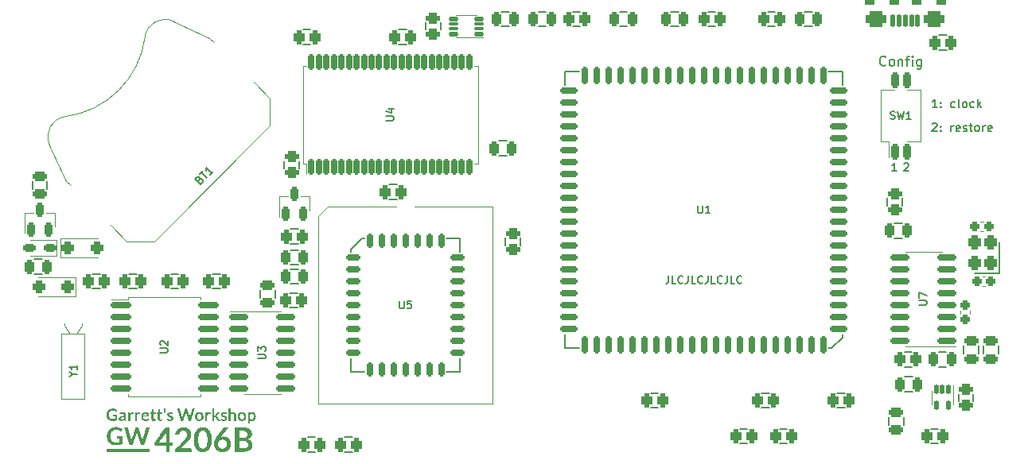
<source format=gto>
G04 #@! TF.GenerationSoftware,KiCad,Pcbnew,7.0.10*
G04 #@! TF.CreationDate,2024-03-10T21:42:59-04:00*
G04 #@! TF.ProjectId,TimeDisk,54696d65-4469-4736-9b2e-6b696361645f,rev?*
G04 #@! TF.SameCoordinates,Original*
G04 #@! TF.FileFunction,Legend,Top*
G04 #@! TF.FilePolarity,Positive*
%FSLAX46Y46*%
G04 Gerber Fmt 4.6, Leading zero omitted, Abs format (unit mm)*
G04 Created by KiCad (PCBNEW 7.0.10) date 2024-03-10 21:42:59*
%MOMM*%
%LPD*%
G01*
G04 APERTURE LIST*
G04 Aperture macros list*
%AMRoundRect*
0 Rectangle with rounded corners*
0 $1 Rounding radius*
0 $2 $3 $4 $5 $6 $7 $8 $9 X,Y pos of 4 corners*
0 Add a 4 corners polygon primitive as box body*
4,1,4,$2,$3,$4,$5,$6,$7,$8,$9,$2,$3,0*
0 Add four circle primitives for the rounded corners*
1,1,$1+$1,$2,$3*
1,1,$1+$1,$4,$5*
1,1,$1+$1,$6,$7*
1,1,$1+$1,$8,$9*
0 Add four rect primitives between the rounded corners*
20,1,$1+$1,$2,$3,$4,$5,0*
20,1,$1+$1,$4,$5,$6,$7,0*
20,1,$1+$1,$6,$7,$8,$9,0*
20,1,$1+$1,$8,$9,$2,$3,0*%
G04 Aperture macros list end*
%ADD10C,0.203200*%
%ADD11C,0.152400*%
%ADD12C,0.120000*%
%ADD13C,0.100000*%
%ADD14C,0.000000*%
%ADD15RoundRect,0.287500X0.287500X0.462500X-0.287500X0.462500X-0.287500X-0.462500X0.287500X-0.462500X0*%
%ADD16C,1.448000*%
%ADD17C,2.152400*%
%ADD18C,2.000000*%
%ADD19RoundRect,0.419100X0.419100X3.327100X-0.419100X3.327100X-0.419100X-3.327100X0.419100X-3.327100X0*%
%ADD20RoundRect,0.287500X-0.462500X0.287500X-0.462500X-0.287500X0.462500X-0.287500X0.462500X0.287500X0*%
%ADD21RoundRect,0.237500X-0.237500X-0.512500X0.237500X-0.512500X0.237500X0.512500X-0.237500X0.512500X0*%
%ADD22RoundRect,0.287500X-0.287500X-0.462500X0.287500X-0.462500X0.287500X0.462500X-0.287500X0.462500X0*%
%ADD23RoundRect,0.175000X-0.175000X-0.612500X0.175000X-0.612500X0.175000X0.612500X-0.175000X0.612500X0*%
%ADD24RoundRect,0.175000X-0.612500X-0.175000X0.612500X-0.175000X0.612500X0.175000X-0.612500X0.175000X0*%
%ADD25RoundRect,0.175000X-0.900000X-0.175000X0.900000X-0.175000X0.900000X0.175000X-0.900000X0.175000X0*%
%ADD26RoundRect,0.150000X0.150000X-0.662500X0.150000X0.662500X-0.150000X0.662500X-0.150000X-0.662500X0*%
%ADD27RoundRect,0.387350X-1.481742X2.029538X-2.029538X1.481742X1.481742X-2.029538X2.029538X-1.481742X0*%
%ADD28RoundRect,0.667860X0.000000X2.203826X-2.203826X0.000000X0.000000X-2.203826X2.203826X0.000000X0*%
%ADD29RoundRect,0.175000X-0.850000X-0.175000X0.850000X-0.175000X0.850000X0.175000X-0.850000X0.175000X0*%
%ADD30RoundRect,0.175000X0.175000X0.725000X-0.175000X0.725000X-0.175000X-0.725000X0.175000X-0.725000X0*%
%ADD31RoundRect,0.175000X0.725000X0.175000X-0.725000X0.175000X-0.725000X-0.175000X0.725000X-0.175000X0*%
%ADD32RoundRect,0.237500X-0.512500X0.237500X-0.512500X-0.237500X0.512500X-0.237500X0.512500X0.237500X0*%
%ADD33C,1.152400*%
%ADD34RoundRect,0.237500X0.512500X-0.237500X0.512500X0.237500X-0.512500X0.237500X-0.512500X-0.237500X0*%
%ADD35RoundRect,0.287500X0.462500X-0.287500X0.462500X0.287500X-0.462500X0.287500X-0.462500X-0.287500X0*%
%ADD36RoundRect,0.237500X0.237500X0.512500X-0.237500X0.512500X-0.237500X-0.512500X0.237500X-0.512500X0*%
%ADD37RoundRect,0.237500X-0.287500X0.237500X-0.287500X-0.237500X0.287500X-0.237500X0.287500X0.237500X0*%
%ADD38RoundRect,0.225000X0.225000X-0.500000X0.225000X0.500000X-0.225000X0.500000X-0.225000X-0.500000X0*%
%ADD39RoundRect,0.120000X0.120000X0.595000X-0.120000X0.595000X-0.120000X-0.595000X0.120000X-0.595000X0*%
%ADD40RoundRect,0.475000X0.475000X0.525000X-0.475000X0.525000X-0.475000X-0.525000X0.475000X-0.525000X0*%
%ADD41RoundRect,0.425000X0.675000X0.425000X-0.675000X0.425000X-0.675000X-0.425000X0.675000X-0.425000X0*%
%ADD42RoundRect,0.500000X0.500000X0.500000X-0.500000X0.500000X-0.500000X-0.500000X0.500000X-0.500000X0*%
%ADD43RoundRect,0.325000X0.375000X0.325000X-0.375000X0.325000X-0.375000X-0.325000X0.375000X-0.325000X0*%
%ADD44RoundRect,0.120000X-0.120000X0.420000X-0.120000X-0.420000X0.120000X-0.420000X0.120000X0.420000X0*%
%ADD45RoundRect,0.112500X0.412500X0.112500X-0.412500X0.112500X-0.412500X-0.112500X0.412500X-0.112500X0*%
%ADD46RoundRect,0.087500X0.437500X0.087500X-0.437500X0.087500X-0.437500X-0.087500X0.437500X-0.087500X0*%
%ADD47RoundRect,0.112500X0.412500X-0.112500X0.412500X0.112500X-0.412500X0.112500X-0.412500X-0.112500X0*%
%ADD48RoundRect,0.237500X0.237500X0.287500X-0.237500X0.287500X-0.237500X-0.287500X0.237500X-0.287500X0*%
%ADD49RoundRect,0.325000X-0.375000X-0.325000X0.375000X-0.325000X0.375000X0.325000X-0.375000X0.325000X0*%
%ADD50RoundRect,0.225000X0.425000X0.225000X-0.425000X0.225000X-0.425000X-0.225000X0.425000X-0.225000X0*%
%ADD51RoundRect,0.215000X0.215000X-0.597000X0.215000X0.597000X-0.215000X0.597000X-0.215000X-0.597000X0*%
%ADD52RoundRect,0.237500X-0.237500X-0.287500X0.237500X-0.287500X0.237500X0.287500X-0.237500X0.287500X0*%
%ADD53RoundRect,0.175000X0.850000X0.175000X-0.850000X0.175000X-0.850000X-0.175000X0.850000X-0.175000X0*%
%ADD54RoundRect,0.325000X0.325000X-0.425000X0.325000X0.425000X-0.325000X0.425000X-0.325000X-0.425000X0*%
G04 APERTURE END LIST*
D10*
X209605638Y-111185649D02*
X209605638Y-111766221D01*
X209605638Y-111766221D02*
X209566933Y-111882335D01*
X209566933Y-111882335D02*
X209489524Y-111959745D01*
X209489524Y-111959745D02*
X209373409Y-111998449D01*
X209373409Y-111998449D02*
X209296000Y-111998449D01*
X210379733Y-111998449D02*
X209992685Y-111998449D01*
X209992685Y-111998449D02*
X209992685Y-111185649D01*
X211115123Y-111921040D02*
X211076419Y-111959745D01*
X211076419Y-111959745D02*
X210960304Y-111998449D01*
X210960304Y-111998449D02*
X210882895Y-111998449D01*
X210882895Y-111998449D02*
X210766781Y-111959745D01*
X210766781Y-111959745D02*
X210689371Y-111882335D01*
X210689371Y-111882335D02*
X210650666Y-111804925D01*
X210650666Y-111804925D02*
X210611962Y-111650106D01*
X210611962Y-111650106D02*
X210611962Y-111533992D01*
X210611962Y-111533992D02*
X210650666Y-111379173D01*
X210650666Y-111379173D02*
X210689371Y-111301764D01*
X210689371Y-111301764D02*
X210766781Y-111224354D01*
X210766781Y-111224354D02*
X210882895Y-111185649D01*
X210882895Y-111185649D02*
X210960304Y-111185649D01*
X210960304Y-111185649D02*
X211076419Y-111224354D01*
X211076419Y-111224354D02*
X211115123Y-111263059D01*
X211695695Y-111185649D02*
X211695695Y-111766221D01*
X211695695Y-111766221D02*
X211656990Y-111882335D01*
X211656990Y-111882335D02*
X211579581Y-111959745D01*
X211579581Y-111959745D02*
X211463466Y-111998449D01*
X211463466Y-111998449D02*
X211386057Y-111998449D01*
X212469790Y-111998449D02*
X212082742Y-111998449D01*
X212082742Y-111998449D02*
X212082742Y-111185649D01*
X213205180Y-111921040D02*
X213166476Y-111959745D01*
X213166476Y-111959745D02*
X213050361Y-111998449D01*
X213050361Y-111998449D02*
X212972952Y-111998449D01*
X212972952Y-111998449D02*
X212856838Y-111959745D01*
X212856838Y-111959745D02*
X212779428Y-111882335D01*
X212779428Y-111882335D02*
X212740723Y-111804925D01*
X212740723Y-111804925D02*
X212702019Y-111650106D01*
X212702019Y-111650106D02*
X212702019Y-111533992D01*
X212702019Y-111533992D02*
X212740723Y-111379173D01*
X212740723Y-111379173D02*
X212779428Y-111301764D01*
X212779428Y-111301764D02*
X212856838Y-111224354D01*
X212856838Y-111224354D02*
X212972952Y-111185649D01*
X212972952Y-111185649D02*
X213050361Y-111185649D01*
X213050361Y-111185649D02*
X213166476Y-111224354D01*
X213166476Y-111224354D02*
X213205180Y-111263059D01*
X213785752Y-111185649D02*
X213785752Y-111766221D01*
X213785752Y-111766221D02*
X213747047Y-111882335D01*
X213747047Y-111882335D02*
X213669638Y-111959745D01*
X213669638Y-111959745D02*
X213553523Y-111998449D01*
X213553523Y-111998449D02*
X213476114Y-111998449D01*
X214559847Y-111998449D02*
X214172799Y-111998449D01*
X214172799Y-111998449D02*
X214172799Y-111185649D01*
X215295237Y-111921040D02*
X215256533Y-111959745D01*
X215256533Y-111959745D02*
X215140418Y-111998449D01*
X215140418Y-111998449D02*
X215063009Y-111998449D01*
X215063009Y-111998449D02*
X214946895Y-111959745D01*
X214946895Y-111959745D02*
X214869485Y-111882335D01*
X214869485Y-111882335D02*
X214830780Y-111804925D01*
X214830780Y-111804925D02*
X214792076Y-111650106D01*
X214792076Y-111650106D02*
X214792076Y-111533992D01*
X214792076Y-111533992D02*
X214830780Y-111379173D01*
X214830780Y-111379173D02*
X214869485Y-111301764D01*
X214869485Y-111301764D02*
X214946895Y-111224354D01*
X214946895Y-111224354D02*
X215063009Y-111185649D01*
X215063009Y-111185649D02*
X215140418Y-111185649D01*
X215140418Y-111185649D02*
X215256533Y-111224354D01*
X215256533Y-111224354D02*
X215295237Y-111263059D01*
X215875809Y-111185649D02*
X215875809Y-111766221D01*
X215875809Y-111766221D02*
X215837104Y-111882335D01*
X215837104Y-111882335D02*
X215759695Y-111959745D01*
X215759695Y-111959745D02*
X215643580Y-111998449D01*
X215643580Y-111998449D02*
X215566171Y-111998449D01*
X216649904Y-111998449D02*
X216262856Y-111998449D01*
X216262856Y-111998449D02*
X216262856Y-111185649D01*
X217385294Y-111921040D02*
X217346590Y-111959745D01*
X217346590Y-111959745D02*
X217230475Y-111998449D01*
X217230475Y-111998449D02*
X217153066Y-111998449D01*
X217153066Y-111998449D02*
X217036952Y-111959745D01*
X217036952Y-111959745D02*
X216959542Y-111882335D01*
X216959542Y-111882335D02*
X216920837Y-111804925D01*
X216920837Y-111804925D02*
X216882133Y-111650106D01*
X216882133Y-111650106D02*
X216882133Y-111533992D01*
X216882133Y-111533992D02*
X216920837Y-111379173D01*
X216920837Y-111379173D02*
X216959542Y-111301764D01*
X216959542Y-111301764D02*
X217036952Y-111224354D01*
X217036952Y-111224354D02*
X217153066Y-111185649D01*
X217153066Y-111185649D02*
X217230475Y-111185649D01*
X217230475Y-111185649D02*
X217346590Y-111224354D01*
X217346590Y-111224354D02*
X217385294Y-111263059D01*
X237668112Y-94968504D02*
X237710969Y-94925647D01*
X237710969Y-94925647D02*
X237796684Y-94882790D01*
X237796684Y-94882790D02*
X238010969Y-94882790D01*
X238010969Y-94882790D02*
X238096684Y-94925647D01*
X238096684Y-94925647D02*
X238139541Y-94968504D01*
X238139541Y-94968504D02*
X238182398Y-95054218D01*
X238182398Y-95054218D02*
X238182398Y-95139933D01*
X238182398Y-95139933D02*
X238139541Y-95268504D01*
X238139541Y-95268504D02*
X237625255Y-95782790D01*
X237625255Y-95782790D02*
X238182398Y-95782790D01*
X238568112Y-95697075D02*
X238610969Y-95739933D01*
X238610969Y-95739933D02*
X238568112Y-95782790D01*
X238568112Y-95782790D02*
X238525255Y-95739933D01*
X238525255Y-95739933D02*
X238568112Y-95697075D01*
X238568112Y-95697075D02*
X238568112Y-95782790D01*
X238568112Y-95225647D02*
X238610969Y-95268504D01*
X238610969Y-95268504D02*
X238568112Y-95311361D01*
X238568112Y-95311361D02*
X238525255Y-95268504D01*
X238525255Y-95268504D02*
X238568112Y-95225647D01*
X238568112Y-95225647D02*
X238568112Y-95311361D01*
X239682397Y-95782790D02*
X239682397Y-95182790D01*
X239682397Y-95354218D02*
X239725254Y-95268504D01*
X239725254Y-95268504D02*
X239768112Y-95225647D01*
X239768112Y-95225647D02*
X239853826Y-95182790D01*
X239853826Y-95182790D02*
X239939540Y-95182790D01*
X240582397Y-95739933D02*
X240496683Y-95782790D01*
X240496683Y-95782790D02*
X240325255Y-95782790D01*
X240325255Y-95782790D02*
X240239540Y-95739933D01*
X240239540Y-95739933D02*
X240196683Y-95654218D01*
X240196683Y-95654218D02*
X240196683Y-95311361D01*
X240196683Y-95311361D02*
X240239540Y-95225647D01*
X240239540Y-95225647D02*
X240325255Y-95182790D01*
X240325255Y-95182790D02*
X240496683Y-95182790D01*
X240496683Y-95182790D02*
X240582397Y-95225647D01*
X240582397Y-95225647D02*
X240625255Y-95311361D01*
X240625255Y-95311361D02*
X240625255Y-95397075D01*
X240625255Y-95397075D02*
X240196683Y-95482790D01*
X240968112Y-95739933D02*
X241053826Y-95782790D01*
X241053826Y-95782790D02*
X241225255Y-95782790D01*
X241225255Y-95782790D02*
X241310969Y-95739933D01*
X241310969Y-95739933D02*
X241353826Y-95654218D01*
X241353826Y-95654218D02*
X241353826Y-95611361D01*
X241353826Y-95611361D02*
X241310969Y-95525647D01*
X241310969Y-95525647D02*
X241225255Y-95482790D01*
X241225255Y-95482790D02*
X241096684Y-95482790D01*
X241096684Y-95482790D02*
X241010969Y-95439933D01*
X241010969Y-95439933D02*
X240968112Y-95354218D01*
X240968112Y-95354218D02*
X240968112Y-95311361D01*
X240968112Y-95311361D02*
X241010969Y-95225647D01*
X241010969Y-95225647D02*
X241096684Y-95182790D01*
X241096684Y-95182790D02*
X241225255Y-95182790D01*
X241225255Y-95182790D02*
X241310969Y-95225647D01*
X241610969Y-95182790D02*
X241953826Y-95182790D01*
X241739540Y-94882790D02*
X241739540Y-95654218D01*
X241739540Y-95654218D02*
X241782397Y-95739933D01*
X241782397Y-95739933D02*
X241868112Y-95782790D01*
X241868112Y-95782790D02*
X241953826Y-95782790D01*
X242382398Y-95782790D02*
X242296683Y-95739933D01*
X242296683Y-95739933D02*
X242253826Y-95697075D01*
X242253826Y-95697075D02*
X242210969Y-95611361D01*
X242210969Y-95611361D02*
X242210969Y-95354218D01*
X242210969Y-95354218D02*
X242253826Y-95268504D01*
X242253826Y-95268504D02*
X242296683Y-95225647D01*
X242296683Y-95225647D02*
X242382398Y-95182790D01*
X242382398Y-95182790D02*
X242510969Y-95182790D01*
X242510969Y-95182790D02*
X242596683Y-95225647D01*
X242596683Y-95225647D02*
X242639541Y-95268504D01*
X242639541Y-95268504D02*
X242682398Y-95354218D01*
X242682398Y-95354218D02*
X242682398Y-95611361D01*
X242682398Y-95611361D02*
X242639541Y-95697075D01*
X242639541Y-95697075D02*
X242596683Y-95739933D01*
X242596683Y-95739933D02*
X242510969Y-95782790D01*
X242510969Y-95782790D02*
X242382398Y-95782790D01*
X243068112Y-95782790D02*
X243068112Y-95182790D01*
X243068112Y-95354218D02*
X243110969Y-95268504D01*
X243110969Y-95268504D02*
X243153827Y-95225647D01*
X243153827Y-95225647D02*
X243239541Y-95182790D01*
X243239541Y-95182790D02*
X243325255Y-95182790D01*
X243968112Y-95739933D02*
X243882398Y-95782790D01*
X243882398Y-95782790D02*
X243710970Y-95782790D01*
X243710970Y-95782790D02*
X243625255Y-95739933D01*
X243625255Y-95739933D02*
X243582398Y-95654218D01*
X243582398Y-95654218D02*
X243582398Y-95311361D01*
X243582398Y-95311361D02*
X243625255Y-95225647D01*
X243625255Y-95225647D02*
X243710970Y-95182790D01*
X243710970Y-95182790D02*
X243882398Y-95182790D01*
X243882398Y-95182790D02*
X243968112Y-95225647D01*
X243968112Y-95225647D02*
X244010970Y-95311361D01*
X244010970Y-95311361D02*
X244010970Y-95397075D01*
X244010970Y-95397075D02*
X243582398Y-95482790D01*
X233848729Y-99996949D02*
X233384272Y-99996949D01*
X233616500Y-99996949D02*
X233616500Y-99184149D01*
X233616500Y-99184149D02*
X233539091Y-99300264D01*
X233539091Y-99300264D02*
X233461681Y-99377673D01*
X233461681Y-99377673D02*
X233384272Y-99416378D01*
X234654272Y-99261559D02*
X234692976Y-99222854D01*
X234692976Y-99222854D02*
X234770386Y-99184149D01*
X234770386Y-99184149D02*
X234963910Y-99184149D01*
X234963910Y-99184149D02*
X235041319Y-99222854D01*
X235041319Y-99222854D02*
X235080024Y-99261559D01*
X235080024Y-99261559D02*
X235118729Y-99338968D01*
X235118729Y-99338968D02*
X235118729Y-99416378D01*
X235118729Y-99416378D02*
X235080024Y-99532492D01*
X235080024Y-99532492D02*
X234615567Y-99996949D01*
X234615567Y-99996949D02*
X235118729Y-99996949D01*
X238182398Y-93242790D02*
X237668112Y-93242790D01*
X237925255Y-93242790D02*
X237925255Y-92342790D01*
X237925255Y-92342790D02*
X237839541Y-92471361D01*
X237839541Y-92471361D02*
X237753826Y-92557075D01*
X237753826Y-92557075D02*
X237668112Y-92599933D01*
X238568112Y-93157075D02*
X238610969Y-93199933D01*
X238610969Y-93199933D02*
X238568112Y-93242790D01*
X238568112Y-93242790D02*
X238525255Y-93199933D01*
X238525255Y-93199933D02*
X238568112Y-93157075D01*
X238568112Y-93157075D02*
X238568112Y-93242790D01*
X238568112Y-92685647D02*
X238610969Y-92728504D01*
X238610969Y-92728504D02*
X238568112Y-92771361D01*
X238568112Y-92771361D02*
X238525255Y-92728504D01*
X238525255Y-92728504D02*
X238568112Y-92685647D01*
X238568112Y-92685647D02*
X238568112Y-92771361D01*
X240068112Y-93199933D02*
X239982397Y-93242790D01*
X239982397Y-93242790D02*
X239810969Y-93242790D01*
X239810969Y-93242790D02*
X239725254Y-93199933D01*
X239725254Y-93199933D02*
X239682397Y-93157075D01*
X239682397Y-93157075D02*
X239639540Y-93071361D01*
X239639540Y-93071361D02*
X239639540Y-92814218D01*
X239639540Y-92814218D02*
X239682397Y-92728504D01*
X239682397Y-92728504D02*
X239725254Y-92685647D01*
X239725254Y-92685647D02*
X239810969Y-92642790D01*
X239810969Y-92642790D02*
X239982397Y-92642790D01*
X239982397Y-92642790D02*
X240068112Y-92685647D01*
X240582398Y-93242790D02*
X240496683Y-93199933D01*
X240496683Y-93199933D02*
X240453826Y-93114218D01*
X240453826Y-93114218D02*
X240453826Y-92342790D01*
X241053827Y-93242790D02*
X240968112Y-93199933D01*
X240968112Y-93199933D02*
X240925255Y-93157075D01*
X240925255Y-93157075D02*
X240882398Y-93071361D01*
X240882398Y-93071361D02*
X240882398Y-92814218D01*
X240882398Y-92814218D02*
X240925255Y-92728504D01*
X240925255Y-92728504D02*
X240968112Y-92685647D01*
X240968112Y-92685647D02*
X241053827Y-92642790D01*
X241053827Y-92642790D02*
X241182398Y-92642790D01*
X241182398Y-92642790D02*
X241268112Y-92685647D01*
X241268112Y-92685647D02*
X241310970Y-92728504D01*
X241310970Y-92728504D02*
X241353827Y-92814218D01*
X241353827Y-92814218D02*
X241353827Y-93071361D01*
X241353827Y-93071361D02*
X241310970Y-93157075D01*
X241310970Y-93157075D02*
X241268112Y-93199933D01*
X241268112Y-93199933D02*
X241182398Y-93242790D01*
X241182398Y-93242790D02*
X241053827Y-93242790D01*
X242125256Y-93199933D02*
X242039541Y-93242790D01*
X242039541Y-93242790D02*
X241868113Y-93242790D01*
X241868113Y-93242790D02*
X241782398Y-93199933D01*
X241782398Y-93199933D02*
X241739541Y-93157075D01*
X241739541Y-93157075D02*
X241696684Y-93071361D01*
X241696684Y-93071361D02*
X241696684Y-92814218D01*
X241696684Y-92814218D02*
X241739541Y-92728504D01*
X241739541Y-92728504D02*
X241782398Y-92685647D01*
X241782398Y-92685647D02*
X241868113Y-92642790D01*
X241868113Y-92642790D02*
X242039541Y-92642790D01*
X242039541Y-92642790D02*
X242125256Y-92685647D01*
X242510970Y-93242790D02*
X242510970Y-92342790D01*
X242596685Y-92899933D02*
X242853827Y-93242790D01*
X242853827Y-92642790D02*
X242510970Y-92985647D01*
X232718429Y-88691192D02*
X232670048Y-88739573D01*
X232670048Y-88739573D02*
X232524905Y-88787953D01*
X232524905Y-88787953D02*
X232428143Y-88787953D01*
X232428143Y-88787953D02*
X232283000Y-88739573D01*
X232283000Y-88739573D02*
X232186238Y-88642811D01*
X232186238Y-88642811D02*
X232137857Y-88546049D01*
X232137857Y-88546049D02*
X232089476Y-88352525D01*
X232089476Y-88352525D02*
X232089476Y-88207382D01*
X232089476Y-88207382D02*
X232137857Y-88013858D01*
X232137857Y-88013858D02*
X232186238Y-87917096D01*
X232186238Y-87917096D02*
X232283000Y-87820334D01*
X232283000Y-87820334D02*
X232428143Y-87771953D01*
X232428143Y-87771953D02*
X232524905Y-87771953D01*
X232524905Y-87771953D02*
X232670048Y-87820334D01*
X232670048Y-87820334D02*
X232718429Y-87868715D01*
X233299000Y-88787953D02*
X233202238Y-88739573D01*
X233202238Y-88739573D02*
X233153857Y-88691192D01*
X233153857Y-88691192D02*
X233105476Y-88594430D01*
X233105476Y-88594430D02*
X233105476Y-88304144D01*
X233105476Y-88304144D02*
X233153857Y-88207382D01*
X233153857Y-88207382D02*
X233202238Y-88159001D01*
X233202238Y-88159001D02*
X233299000Y-88110620D01*
X233299000Y-88110620D02*
X233444143Y-88110620D01*
X233444143Y-88110620D02*
X233540905Y-88159001D01*
X233540905Y-88159001D02*
X233589286Y-88207382D01*
X233589286Y-88207382D02*
X233637667Y-88304144D01*
X233637667Y-88304144D02*
X233637667Y-88594430D01*
X233637667Y-88594430D02*
X233589286Y-88691192D01*
X233589286Y-88691192D02*
X233540905Y-88739573D01*
X233540905Y-88739573D02*
X233444143Y-88787953D01*
X233444143Y-88787953D02*
X233299000Y-88787953D01*
X234073095Y-88110620D02*
X234073095Y-88787953D01*
X234073095Y-88207382D02*
X234121476Y-88159001D01*
X234121476Y-88159001D02*
X234218238Y-88110620D01*
X234218238Y-88110620D02*
X234363381Y-88110620D01*
X234363381Y-88110620D02*
X234460143Y-88159001D01*
X234460143Y-88159001D02*
X234508524Y-88255763D01*
X234508524Y-88255763D02*
X234508524Y-88787953D01*
X234847190Y-88110620D02*
X235234238Y-88110620D01*
X234992333Y-88787953D02*
X234992333Y-87917096D01*
X234992333Y-87917096D02*
X235040714Y-87820334D01*
X235040714Y-87820334D02*
X235137476Y-87771953D01*
X235137476Y-87771953D02*
X235234238Y-87771953D01*
X235572904Y-88787953D02*
X235572904Y-88110620D01*
X235572904Y-87771953D02*
X235524523Y-87820334D01*
X235524523Y-87820334D02*
X235572904Y-87868715D01*
X235572904Y-87868715D02*
X235621285Y-87820334D01*
X235621285Y-87820334D02*
X235572904Y-87771953D01*
X235572904Y-87771953D02*
X235572904Y-87868715D01*
X236492143Y-88110620D02*
X236492143Y-88933096D01*
X236492143Y-88933096D02*
X236443762Y-89029858D01*
X236443762Y-89029858D02*
X236395381Y-89078239D01*
X236395381Y-89078239D02*
X236298619Y-89126620D01*
X236298619Y-89126620D02*
X236153476Y-89126620D01*
X236153476Y-89126620D02*
X236056714Y-89078239D01*
X236492143Y-88739573D02*
X236395381Y-88787953D01*
X236395381Y-88787953D02*
X236201857Y-88787953D01*
X236201857Y-88787953D02*
X236105095Y-88739573D01*
X236105095Y-88739573D02*
X236056714Y-88691192D01*
X236056714Y-88691192D02*
X236008333Y-88594430D01*
X236008333Y-88594430D02*
X236008333Y-88304144D01*
X236008333Y-88304144D02*
X236056714Y-88207382D01*
X236056714Y-88207382D02*
X236105095Y-88159001D01*
X236105095Y-88159001D02*
X236201857Y-88110620D01*
X236201857Y-88110620D02*
X236395381Y-88110620D01*
X236395381Y-88110620D02*
X236492143Y-88159001D01*
X180990723Y-113852649D02*
X180990723Y-114510630D01*
X180990723Y-114510630D02*
X181029428Y-114588040D01*
X181029428Y-114588040D02*
X181068133Y-114626745D01*
X181068133Y-114626745D02*
X181145542Y-114665449D01*
X181145542Y-114665449D02*
X181300361Y-114665449D01*
X181300361Y-114665449D02*
X181377771Y-114626745D01*
X181377771Y-114626745D02*
X181416476Y-114588040D01*
X181416476Y-114588040D02*
X181455180Y-114510630D01*
X181455180Y-114510630D02*
X181455180Y-113852649D01*
X182229276Y-113852649D02*
X181842228Y-113852649D01*
X181842228Y-113852649D02*
X181803524Y-114239697D01*
X181803524Y-114239697D02*
X181842228Y-114200992D01*
X181842228Y-114200992D02*
X181919638Y-114162287D01*
X181919638Y-114162287D02*
X182113162Y-114162287D01*
X182113162Y-114162287D02*
X182190571Y-114200992D01*
X182190571Y-114200992D02*
X182229276Y-114239697D01*
X182229276Y-114239697D02*
X182267981Y-114317106D01*
X182267981Y-114317106D02*
X182267981Y-114510630D01*
X182267981Y-114510630D02*
X182229276Y-114588040D01*
X182229276Y-114588040D02*
X182190571Y-114626745D01*
X182190571Y-114626745D02*
X182113162Y-114665449D01*
X182113162Y-114665449D02*
X181919638Y-114665449D01*
X181919638Y-114665449D02*
X181842228Y-114626745D01*
X181842228Y-114626745D02*
X181803524Y-114588040D01*
X155508649Y-119364276D02*
X156166630Y-119364276D01*
X156166630Y-119364276D02*
X156244040Y-119325571D01*
X156244040Y-119325571D02*
X156282745Y-119286866D01*
X156282745Y-119286866D02*
X156321449Y-119209457D01*
X156321449Y-119209457D02*
X156321449Y-119054638D01*
X156321449Y-119054638D02*
X156282745Y-118977228D01*
X156282745Y-118977228D02*
X156244040Y-118938523D01*
X156244040Y-118938523D02*
X156166630Y-118899819D01*
X156166630Y-118899819D02*
X155508649Y-118899819D01*
X155586059Y-118551475D02*
X155547354Y-118512771D01*
X155547354Y-118512771D02*
X155508649Y-118435361D01*
X155508649Y-118435361D02*
X155508649Y-118241837D01*
X155508649Y-118241837D02*
X155547354Y-118164428D01*
X155547354Y-118164428D02*
X155586059Y-118125723D01*
X155586059Y-118125723D02*
X155663468Y-118087018D01*
X155663468Y-118087018D02*
X155740878Y-118087018D01*
X155740878Y-118087018D02*
X155856992Y-118125723D01*
X155856992Y-118125723D02*
X156321449Y-118590180D01*
X156321449Y-118590180D02*
X156321449Y-118087018D01*
X179552649Y-94619276D02*
X180210630Y-94619276D01*
X180210630Y-94619276D02*
X180288040Y-94580571D01*
X180288040Y-94580571D02*
X180326745Y-94541866D01*
X180326745Y-94541866D02*
X180365449Y-94464457D01*
X180365449Y-94464457D02*
X180365449Y-94309638D01*
X180365449Y-94309638D02*
X180326745Y-94232228D01*
X180326745Y-94232228D02*
X180288040Y-94193523D01*
X180288040Y-94193523D02*
X180210630Y-94154819D01*
X180210630Y-94154819D02*
X179552649Y-94154819D01*
X179823583Y-93419428D02*
X180365449Y-93419428D01*
X179513945Y-93612952D02*
X180094516Y-93806475D01*
X180094516Y-93806475D02*
X180094516Y-93303314D01*
X159697909Y-100911065D02*
X159807383Y-100856328D01*
X159807383Y-100856328D02*
X159862119Y-100856328D01*
X159862119Y-100856328D02*
X159944225Y-100883697D01*
X159944225Y-100883697D02*
X160026330Y-100965802D01*
X160026330Y-100965802D02*
X160053698Y-101047907D01*
X160053698Y-101047907D02*
X160053698Y-101102644D01*
X160053698Y-101102644D02*
X160026330Y-101184749D01*
X160026330Y-101184749D02*
X159807383Y-101403696D01*
X159807383Y-101403696D02*
X159232646Y-100828960D01*
X159232646Y-100828960D02*
X159424225Y-100637381D01*
X159424225Y-100637381D02*
X159506330Y-100610013D01*
X159506330Y-100610013D02*
X159561067Y-100610013D01*
X159561067Y-100610013D02*
X159643172Y-100637381D01*
X159643172Y-100637381D02*
X159697909Y-100692118D01*
X159697909Y-100692118D02*
X159725277Y-100774223D01*
X159725277Y-100774223D02*
X159725277Y-100828960D01*
X159725277Y-100828960D02*
X159697909Y-100911065D01*
X159697909Y-100911065D02*
X159506330Y-101102644D01*
X159725277Y-100336329D02*
X160053698Y-100007908D01*
X160464224Y-100746855D02*
X159889488Y-100172118D01*
X161121066Y-100090013D02*
X160792645Y-100418434D01*
X160956855Y-100254224D02*
X160382119Y-99679487D01*
X160382119Y-99679487D02*
X160409487Y-99816329D01*
X160409487Y-99816329D02*
X160409487Y-99925803D01*
X160409487Y-99925803D02*
X160382119Y-100007908D01*
X165922649Y-119999276D02*
X166580630Y-119999276D01*
X166580630Y-119999276D02*
X166658040Y-119960571D01*
X166658040Y-119960571D02*
X166696745Y-119921866D01*
X166696745Y-119921866D02*
X166735449Y-119844457D01*
X166735449Y-119844457D02*
X166735449Y-119689638D01*
X166735449Y-119689638D02*
X166696745Y-119612228D01*
X166696745Y-119612228D02*
X166658040Y-119573523D01*
X166658040Y-119573523D02*
X166580630Y-119534819D01*
X166580630Y-119534819D02*
X165922649Y-119534819D01*
X165922649Y-119225180D02*
X165922649Y-118722018D01*
X165922649Y-118722018D02*
X166232287Y-118992952D01*
X166232287Y-118992952D02*
X166232287Y-118876837D01*
X166232287Y-118876837D02*
X166270992Y-118799428D01*
X166270992Y-118799428D02*
X166309697Y-118760723D01*
X166309697Y-118760723D02*
X166387106Y-118722018D01*
X166387106Y-118722018D02*
X166580630Y-118722018D01*
X166580630Y-118722018D02*
X166658040Y-118760723D01*
X166658040Y-118760723D02*
X166696745Y-118799428D01*
X166696745Y-118799428D02*
X166735449Y-118876837D01*
X166735449Y-118876837D02*
X166735449Y-119109066D01*
X166735449Y-119109066D02*
X166696745Y-119186475D01*
X166696745Y-119186475D02*
X166658040Y-119225180D01*
X212740723Y-103692649D02*
X212740723Y-104350630D01*
X212740723Y-104350630D02*
X212779428Y-104428040D01*
X212779428Y-104428040D02*
X212818133Y-104466745D01*
X212818133Y-104466745D02*
X212895542Y-104505449D01*
X212895542Y-104505449D02*
X213050361Y-104505449D01*
X213050361Y-104505449D02*
X213127771Y-104466745D01*
X213127771Y-104466745D02*
X213166476Y-104428040D01*
X213166476Y-104428040D02*
X213205180Y-104350630D01*
X213205180Y-104350630D02*
X213205180Y-103692649D01*
X214017981Y-104505449D02*
X213553524Y-104505449D01*
X213785752Y-104505449D02*
X213785752Y-103692649D01*
X213785752Y-103692649D02*
X213708343Y-103808764D01*
X213708343Y-103808764D02*
X213630933Y-103886173D01*
X213630933Y-103886173D02*
X213553524Y-103924878D01*
X146282402Y-121672047D02*
X146669449Y-121672047D01*
X145856649Y-121942980D02*
X146282402Y-121672047D01*
X146282402Y-121672047D02*
X145856649Y-121401113D01*
X146669449Y-120704427D02*
X146669449Y-121168884D01*
X146669449Y-120936656D02*
X145856649Y-120936656D01*
X145856649Y-120936656D02*
X145972764Y-121014065D01*
X145972764Y-121014065D02*
X146050173Y-121091475D01*
X146050173Y-121091475D02*
X146088878Y-121168884D01*
X233231267Y-94433745D02*
X233347381Y-94472449D01*
X233347381Y-94472449D02*
X233540905Y-94472449D01*
X233540905Y-94472449D02*
X233618314Y-94433745D01*
X233618314Y-94433745D02*
X233657019Y-94395040D01*
X233657019Y-94395040D02*
X233695724Y-94317630D01*
X233695724Y-94317630D02*
X233695724Y-94240221D01*
X233695724Y-94240221D02*
X233657019Y-94162811D01*
X233657019Y-94162811D02*
X233618314Y-94124106D01*
X233618314Y-94124106D02*
X233540905Y-94085402D01*
X233540905Y-94085402D02*
X233386086Y-94046697D01*
X233386086Y-94046697D02*
X233308676Y-94007992D01*
X233308676Y-94007992D02*
X233269971Y-93969287D01*
X233269971Y-93969287D02*
X233231267Y-93891878D01*
X233231267Y-93891878D02*
X233231267Y-93814468D01*
X233231267Y-93814468D02*
X233269971Y-93737059D01*
X233269971Y-93737059D02*
X233308676Y-93698354D01*
X233308676Y-93698354D02*
X233386086Y-93659649D01*
X233386086Y-93659649D02*
X233579609Y-93659649D01*
X233579609Y-93659649D02*
X233695724Y-93698354D01*
X233966657Y-93659649D02*
X234160181Y-94472449D01*
X234160181Y-94472449D02*
X234315000Y-93891878D01*
X234315000Y-93891878D02*
X234469819Y-94472449D01*
X234469819Y-94472449D02*
X234663343Y-93659649D01*
X235398733Y-94472449D02*
X234934276Y-94472449D01*
X235166504Y-94472449D02*
X235166504Y-93659649D01*
X235166504Y-93659649D02*
X235089095Y-93775764D01*
X235089095Y-93775764D02*
X235011685Y-93853173D01*
X235011685Y-93853173D02*
X234934276Y-93891878D01*
X236279149Y-114284276D02*
X236937130Y-114284276D01*
X236937130Y-114284276D02*
X237014540Y-114245571D01*
X237014540Y-114245571D02*
X237053245Y-114206866D01*
X237053245Y-114206866D02*
X237091949Y-114129457D01*
X237091949Y-114129457D02*
X237091949Y-113974638D01*
X237091949Y-113974638D02*
X237053245Y-113897228D01*
X237053245Y-113897228D02*
X237014540Y-113858523D01*
X237014540Y-113858523D02*
X236937130Y-113819819D01*
X236937130Y-113819819D02*
X236279149Y-113819819D01*
X236279149Y-113510180D02*
X236279149Y-112968314D01*
X236279149Y-112968314D02*
X237091949Y-113316656D01*
D11*
X171514400Y-86525000D02*
X170701600Y-86525000D01*
X171514400Y-84925000D02*
X170701600Y-84925000D01*
X238316400Y-129070000D02*
X237503600Y-129070000D01*
X238316400Y-127470000D02*
X237503600Y-127470000D01*
X222236400Y-129070000D02*
X221423600Y-129070000D01*
X222236400Y-127470000D02*
X221423600Y-127470000D01*
X200216400Y-84620000D02*
X199403600Y-84620000D01*
X200216400Y-83020000D02*
X199403600Y-83020000D01*
X193840000Y-107123600D02*
X193840000Y-107936400D01*
X192240000Y-107123600D02*
X192240000Y-107936400D01*
X209839600Y-83020000D02*
X210652400Y-83020000D01*
X209839600Y-84620000D02*
X210652400Y-84620000D01*
X169290100Y-112992000D02*
X170102900Y-112992000D01*
X169290100Y-114592000D02*
X170102900Y-114592000D01*
X227558600Y-123660000D02*
X228371400Y-123660000D01*
X227558600Y-125260000D02*
X228371400Y-125260000D01*
X234480000Y-102869100D02*
X234480000Y-103681900D01*
X232880000Y-102869100D02*
X232880000Y-103681900D01*
X220153600Y-83020000D02*
X220966400Y-83020000D01*
X220153600Y-84620000D02*
X220966400Y-84620000D01*
X213803600Y-83020000D02*
X214616400Y-83020000D01*
X213803600Y-84620000D02*
X214616400Y-84620000D01*
X217183600Y-127470000D02*
X217996400Y-127470000D01*
X217183600Y-129070000D02*
X217996400Y-129070000D01*
D12*
X190850000Y-103790000D02*
X182610000Y-103790000D01*
X180610000Y-103790000D02*
X173370000Y-103790000D01*
X173370000Y-103790000D02*
X172370000Y-104790000D01*
X172370000Y-104790000D02*
X172370000Y-124810000D01*
D11*
X187435000Y-107205000D02*
X187435000Y-108660000D01*
X185980000Y-107205000D02*
X187435000Y-107205000D01*
X177240000Y-107205000D02*
X176957218Y-107205000D01*
X176957218Y-107205000D02*
X175785000Y-108377218D01*
X175785000Y-108377218D02*
X175785000Y-108660000D01*
X187435000Y-121395000D02*
X187435000Y-119940000D01*
X185980000Y-121395000D02*
X187435000Y-121395000D01*
X177240000Y-121395000D02*
X175785000Y-121395000D01*
X175785000Y-121395000D02*
X175785000Y-119940000D01*
D12*
X190850000Y-124810000D02*
X190850000Y-103790000D01*
X172370000Y-124810000D02*
X190850000Y-124810000D01*
D11*
X179894600Y-101435000D02*
X180707400Y-101435000D01*
X179894600Y-103035000D02*
X180707400Y-103035000D01*
X175959400Y-129959000D02*
X175146600Y-129959000D01*
X175959400Y-128359000D02*
X175146600Y-128359000D01*
X156653600Y-110960000D02*
X157466400Y-110960000D01*
X156653600Y-112560000D02*
X157466400Y-112560000D01*
X161098600Y-110960000D02*
X161911400Y-110960000D01*
X161098600Y-112560000D02*
X161911400Y-112560000D01*
X180910600Y-84925000D02*
X181723400Y-84925000D01*
X180910600Y-86525000D02*
X181723400Y-86525000D01*
D12*
X159816000Y-113485000D02*
X159816000Y-113740000D01*
X155956000Y-113485000D02*
X159816000Y-113485000D01*
X155956000Y-113485000D02*
X152096000Y-113485000D01*
X152096000Y-113485000D02*
X152096000Y-113740000D01*
X152096000Y-113740000D02*
X150281000Y-113740000D01*
X159816000Y-124005000D02*
X159816000Y-123750000D01*
X155956000Y-124005000D02*
X159816000Y-124005000D01*
X155956000Y-124005000D02*
X152096000Y-124005000D01*
X152096000Y-124005000D02*
X152096000Y-123750000D01*
D11*
X152208600Y-110960000D02*
X153021400Y-110960000D01*
X152208600Y-112560000D02*
X153021400Y-112560000D01*
D12*
X170685000Y-88810000D02*
X171065000Y-88810000D01*
X170685000Y-94000000D02*
X170685000Y-88810000D01*
X170685000Y-94000000D02*
X170685000Y-99190000D01*
X170685000Y-99190000D02*
X171065000Y-99190000D01*
X171065000Y-99190000D02*
X171065000Y-100350000D01*
X189315000Y-88810000D02*
X188935000Y-88810000D01*
X189315000Y-94000000D02*
X189315000Y-88810000D01*
X189315000Y-94000000D02*
X189315000Y-99190000D01*
X189315000Y-99190000D02*
X188935000Y-99190000D01*
D13*
X167185414Y-92250192D02*
X165445931Y-90510709D01*
X161203291Y-86268069D02*
X160757813Y-85822591D01*
X160757813Y-85822591D02*
X156946508Y-84047753D01*
X167185414Y-95191756D02*
X167185414Y-92250192D01*
X154881756Y-107495414D02*
X167185414Y-95191756D01*
X154881756Y-107495414D02*
X151940192Y-107495414D01*
X151940192Y-107495414D02*
X150200709Y-105755931D01*
X145958069Y-101513291D02*
X145512591Y-101067813D01*
X145512591Y-101067813D02*
X143737753Y-97256508D01*
X145413596Y-94208877D02*
G75*
G03*
X153899629Y-85717843I-1279864J9765145D01*
G01*
X156946508Y-84047754D02*
G75*
G03*
X153889561Y-85709536I-919238J-1951615D01*
G01*
X145413596Y-94208878D02*
G75*
G03*
X143742412Y-97240297I275772J-2128391D01*
G01*
D11*
X171209600Y-128359000D02*
X172022400Y-128359000D01*
X171209600Y-129959000D02*
X172022400Y-129959000D01*
X149098900Y-112560000D02*
X148286100Y-112560000D01*
X149098900Y-110960000D02*
X148286100Y-110960000D01*
D12*
X166370000Y-114955000D02*
X168320000Y-114955000D01*
X166370000Y-114955000D02*
X162920000Y-114955000D01*
X166370000Y-123805000D02*
X168320000Y-123805000D01*
X166370000Y-123805000D02*
X164420000Y-123805000D01*
D11*
X228125800Y-117730582D02*
X228125800Y-117400000D01*
X228125800Y-89374200D02*
X228125800Y-90880000D01*
X226950582Y-118905800D02*
X228125800Y-117730582D01*
X226620000Y-118905800D02*
X226950582Y-118905800D01*
X226620000Y-89374200D02*
X228125800Y-89374200D01*
X200100000Y-118905800D02*
X198594200Y-118905800D01*
X200100000Y-89374200D02*
X198594200Y-89374200D01*
X198594200Y-118905800D02*
X198594200Y-117400000D01*
X198594200Y-89374200D02*
X198594200Y-90880000D01*
X204383600Y-83020000D02*
X205196400Y-83020000D01*
X204383600Y-84620000D02*
X205196400Y-84620000D01*
X234607000Y-126276100D02*
X234607000Y-127088900D01*
X233007000Y-126276100D02*
X233007000Y-127088900D01*
D12*
X145008000Y-117370000D02*
X145008000Y-124270000D01*
X145008000Y-124270000D02*
X147468000Y-124270000D01*
X145288000Y-116470000D02*
X145288000Y-116270000D01*
X145888000Y-117370000D02*
X145288000Y-116470000D01*
X146588000Y-117370000D02*
X147188000Y-116470000D01*
X147188000Y-116470000D02*
X147188000Y-116270000D01*
X147468000Y-117370000D02*
X145008000Y-117370000D01*
X147468000Y-124270000D02*
X147468000Y-117370000D01*
D11*
X166141500Y-113502400D02*
X166141500Y-112689600D01*
X167741500Y-113502400D02*
X167741500Y-112689600D01*
X241008000Y-119471400D02*
X241008000Y-118658600D01*
X242608000Y-119471400D02*
X242608000Y-118658600D01*
X224066100Y-83020000D02*
X224878900Y-83020000D01*
X224066100Y-84620000D02*
X224878900Y-84620000D01*
X207702600Y-123660000D02*
X208515400Y-123660000D01*
X207702600Y-125260000D02*
X208515400Y-125260000D01*
X238393600Y-85550000D02*
X239206400Y-85550000D01*
X238393600Y-87150000D02*
X239206400Y-87150000D01*
X141900000Y-101906400D02*
X141900000Y-101093600D01*
X143500000Y-101906400D02*
X143500000Y-101093600D01*
X168700000Y-99756400D02*
X168700000Y-98943600D01*
X170300000Y-99756400D02*
X170300000Y-98943600D01*
X192620900Y-84620000D02*
X191808100Y-84620000D01*
X192620900Y-83020000D02*
X191808100Y-83020000D01*
X240450000Y-124556400D02*
X240450000Y-123743600D01*
X242050000Y-124556400D02*
X242050000Y-123743600D01*
D12*
X241683000Y-114887221D02*
X241683000Y-115212779D01*
X240663000Y-114887221D02*
X240663000Y-115212779D01*
D11*
X234736600Y-121945500D02*
X235549400Y-121945500D01*
X234736600Y-123545500D02*
X235549400Y-123545500D01*
G36*
X156060136Y-125251310D02*
G01*
X156065273Y-125257941D01*
X156072849Y-125272019D01*
X156081801Y-125291092D01*
X156091065Y-125312711D01*
X156099578Y-125334424D01*
X156106277Y-125353783D01*
X156109323Y-125364642D01*
X156113795Y-125392047D01*
X156116361Y-125425714D01*
X156116968Y-125461642D01*
X156115563Y-125495832D01*
X156112094Y-125524284D01*
X156111461Y-125527484D01*
X156102486Y-125558037D01*
X156088116Y-125592826D01*
X156070011Y-125628314D01*
X156049833Y-125660962D01*
X156046613Y-125665561D01*
X156035775Y-125679517D01*
X156021177Y-125696655D01*
X156004411Y-125715298D01*
X155987070Y-125733775D01*
X155970747Y-125750410D01*
X155957034Y-125763530D01*
X155947526Y-125771461D01*
X155944335Y-125773041D01*
X155938936Y-125770346D01*
X155926863Y-125763201D01*
X155910238Y-125752882D01*
X155900780Y-125746865D01*
X155881440Y-125734143D01*
X155869410Y-125724987D01*
X155862986Y-125717583D01*
X155860461Y-125710118D01*
X155860100Y-125703628D01*
X155862373Y-125691207D01*
X155869855Y-125675776D01*
X155883541Y-125655411D01*
X155888477Y-125648753D01*
X155912512Y-125613149D01*
X155928517Y-125579949D01*
X155937551Y-125546298D01*
X155940671Y-125509346D01*
X155940685Y-125508059D01*
X155937981Y-125466862D01*
X155928425Y-125428330D01*
X155911034Y-125388778D01*
X155906766Y-125380849D01*
X155895745Y-125357317D01*
X155892181Y-125339104D01*
X155895897Y-125324321D01*
X155900780Y-125317205D01*
X155907949Y-125312293D01*
X155922474Y-125304809D01*
X155942319Y-125295595D01*
X155965447Y-125285492D01*
X155989824Y-125275343D01*
X156013413Y-125265990D01*
X156034178Y-125258274D01*
X156050085Y-125253037D01*
X156059097Y-125251120D01*
X156060136Y-125251310D01*
G37*
G36*
X163019761Y-125544780D02*
G01*
X163019761Y-125799336D01*
X163051952Y-125773397D01*
X163100305Y-125739277D01*
X163149513Y-125714747D01*
X163201709Y-125698976D01*
X163259024Y-125691132D01*
X163263840Y-125690825D01*
X163325543Y-125691504D01*
X163381708Y-125701041D01*
X163432160Y-125719320D01*
X163476724Y-125746224D01*
X163515224Y-125781638D01*
X163547484Y-125825444D01*
X163573329Y-125877527D01*
X163582194Y-125901735D01*
X163584630Y-125909189D01*
X163586723Y-125916349D01*
X163588502Y-125924046D01*
X163589997Y-125933109D01*
X163591239Y-125944371D01*
X163592257Y-125958662D01*
X163593083Y-125976812D01*
X163593746Y-125999654D01*
X163594276Y-126028016D01*
X163594704Y-126062731D01*
X163595060Y-126104629D01*
X163595374Y-126154540D01*
X163595677Y-126213297D01*
X163595995Y-126280976D01*
X163597582Y-126623475D01*
X163487138Y-126623475D01*
X163376694Y-126623475D01*
X163376694Y-126309087D01*
X163376680Y-126243511D01*
X163376620Y-126187562D01*
X163376488Y-126140371D01*
X163376258Y-126101065D01*
X163375905Y-126068774D01*
X163375402Y-126042629D01*
X163374723Y-126021757D01*
X163373843Y-126005288D01*
X163372736Y-125992352D01*
X163371375Y-125982078D01*
X163369734Y-125973595D01*
X163367788Y-125966033D01*
X163366323Y-125961120D01*
X163350604Y-125925044D01*
X163328068Y-125896857D01*
X163298513Y-125876397D01*
X163261737Y-125863503D01*
X163240220Y-125859797D01*
X163201020Y-125859855D01*
X163159378Y-125868678D01*
X163117287Y-125885519D01*
X163076743Y-125909629D01*
X163049196Y-125931454D01*
X163019761Y-125957689D01*
X163019761Y-126290582D01*
X163019761Y-126623475D01*
X162909532Y-126623475D01*
X162799302Y-126623475D01*
X162799302Y-125956850D01*
X162799302Y-125290224D01*
X162909532Y-125290224D01*
X163019761Y-125290224D01*
X163019761Y-125544780D01*
G37*
G36*
X152584260Y-125686944D02*
G01*
X152602680Y-125687978D01*
X152616847Y-125690461D01*
X152629879Y-125694926D01*
X152643764Y-125701346D01*
X152660558Y-125710236D01*
X152669696Y-125717321D01*
X152673288Y-125724640D01*
X152673656Y-125730216D01*
X152672398Y-125744972D01*
X152669376Y-125765838D01*
X152665036Y-125790697D01*
X152659825Y-125817432D01*
X152654189Y-125843924D01*
X152648573Y-125868057D01*
X152643425Y-125887713D01*
X152639190Y-125900775D01*
X152636814Y-125905021D01*
X152627805Y-125907286D01*
X152612192Y-125907951D01*
X152597835Y-125907218D01*
X152562024Y-125904014D01*
X152534905Y-125901769D01*
X152514715Y-125900477D01*
X152499694Y-125900130D01*
X152488079Y-125900722D01*
X152478108Y-125902245D01*
X152468019Y-125904693D01*
X152460944Y-125906669D01*
X152420727Y-125923408D01*
X152383862Y-125949347D01*
X152351570Y-125983406D01*
X152325071Y-126024505D01*
X152322860Y-126028814D01*
X152320454Y-126033846D01*
X152318423Y-126039153D01*
X152316736Y-126045624D01*
X152315361Y-126054142D01*
X152314266Y-126065594D01*
X152313419Y-126080865D01*
X152312788Y-126100841D01*
X152312342Y-126126406D01*
X152312049Y-126158448D01*
X152311876Y-126197851D01*
X152311792Y-126245501D01*
X152311766Y-126302283D01*
X152311764Y-126337194D01*
X152311764Y-126623475D01*
X152201534Y-126623475D01*
X152091305Y-126623475D01*
X152091305Y-126164186D01*
X152091305Y-125704897D01*
X152167676Y-125704897D01*
X152204186Y-125705385D01*
X152231623Y-125707058D01*
X152251376Y-125710228D01*
X152264835Y-125715209D01*
X152273388Y-125722312D01*
X152277593Y-125729635D01*
X152279789Y-125738332D01*
X152282905Y-125755020D01*
X152286523Y-125777277D01*
X152290128Y-125802004D01*
X152298818Y-125864992D01*
X152316635Y-125838747D01*
X152356329Y-125787188D01*
X152398570Y-125745747D01*
X152443462Y-125714328D01*
X152474593Y-125699038D01*
X152490893Y-125693187D01*
X152507642Y-125689520D01*
X152528081Y-125687565D01*
X152555450Y-125686850D01*
X152558467Y-125686830D01*
X152584260Y-125686944D01*
G37*
G36*
X153313873Y-125686944D02*
G01*
X153332294Y-125687978D01*
X153346461Y-125690461D01*
X153359492Y-125694926D01*
X153373378Y-125701346D01*
X153390172Y-125710236D01*
X153399309Y-125717321D01*
X153402901Y-125724640D01*
X153403269Y-125730216D01*
X153402011Y-125744972D01*
X153398989Y-125765838D01*
X153394650Y-125790697D01*
X153389439Y-125817432D01*
X153383802Y-125843924D01*
X153378187Y-125868057D01*
X153373039Y-125887713D01*
X153368804Y-125900775D01*
X153366427Y-125905021D01*
X153357419Y-125907286D01*
X153341805Y-125907951D01*
X153327449Y-125907218D01*
X153291638Y-125904014D01*
X153264518Y-125901769D01*
X153244329Y-125900477D01*
X153229308Y-125900130D01*
X153217692Y-125900722D01*
X153207721Y-125902245D01*
X153197633Y-125904693D01*
X153190557Y-125906669D01*
X153150340Y-125923408D01*
X153113476Y-125949347D01*
X153081184Y-125983406D01*
X153054685Y-126024505D01*
X153052474Y-126028814D01*
X153050067Y-126033846D01*
X153048036Y-126039153D01*
X153046349Y-126045624D01*
X153044974Y-126054142D01*
X153043879Y-126065594D01*
X153043032Y-126080865D01*
X153042402Y-126100841D01*
X153041956Y-126126406D01*
X153041662Y-126158448D01*
X153041490Y-126197851D01*
X153041406Y-126245501D01*
X153041379Y-126302283D01*
X153041377Y-126337194D01*
X153041377Y-126623475D01*
X152931148Y-126623475D01*
X152820918Y-126623475D01*
X152820918Y-126164186D01*
X152820918Y-125704897D01*
X152897290Y-125704897D01*
X152933799Y-125705385D01*
X152961236Y-125707058D01*
X152980990Y-125710228D01*
X152994448Y-125715209D01*
X153003002Y-125722312D01*
X153007206Y-125729635D01*
X153009403Y-125738332D01*
X153012519Y-125755020D01*
X153016136Y-125777277D01*
X153019741Y-125802004D01*
X153028431Y-125864992D01*
X153046248Y-125838747D01*
X153085943Y-125787188D01*
X153128183Y-125745747D01*
X153173075Y-125714328D01*
X153204206Y-125699038D01*
X153220506Y-125693187D01*
X153237255Y-125689520D01*
X153257694Y-125687565D01*
X153285064Y-125686850D01*
X153288081Y-125686830D01*
X153313873Y-125686944D01*
G37*
G36*
X160788476Y-125686944D02*
G01*
X160806896Y-125687978D01*
X160821063Y-125690461D01*
X160834095Y-125694926D01*
X160847980Y-125701346D01*
X160864774Y-125710236D01*
X160873911Y-125717321D01*
X160877503Y-125724640D01*
X160877871Y-125730216D01*
X160876614Y-125744972D01*
X160873592Y-125765838D01*
X160869252Y-125790697D01*
X160864041Y-125817432D01*
X160858404Y-125843924D01*
X160852789Y-125868057D01*
X160847641Y-125887713D01*
X160843406Y-125900775D01*
X160841030Y-125905021D01*
X160832021Y-125907286D01*
X160816408Y-125907951D01*
X160802051Y-125907218D01*
X160766240Y-125904014D01*
X160739121Y-125901769D01*
X160718931Y-125900477D01*
X160703910Y-125900130D01*
X160692294Y-125900722D01*
X160682323Y-125902245D01*
X160672235Y-125904693D01*
X160665160Y-125906669D01*
X160624943Y-125923408D01*
X160588078Y-125949347D01*
X160555786Y-125983406D01*
X160529287Y-126024505D01*
X160527076Y-126028814D01*
X160524669Y-126033846D01*
X160522639Y-126039153D01*
X160520952Y-126045624D01*
X160519577Y-126054142D01*
X160518481Y-126065594D01*
X160517635Y-126080865D01*
X160517004Y-126100841D01*
X160516558Y-126126406D01*
X160516265Y-126158448D01*
X160516092Y-126197851D01*
X160516008Y-126245501D01*
X160515981Y-126302283D01*
X160515979Y-126337194D01*
X160515979Y-126623475D01*
X160405750Y-126623475D01*
X160295521Y-126623475D01*
X160295521Y-126164186D01*
X160295521Y-125704897D01*
X160371892Y-125704897D01*
X160408401Y-125705385D01*
X160435838Y-125707058D01*
X160455592Y-125710228D01*
X160469051Y-125715209D01*
X160477604Y-125722312D01*
X160481809Y-125729635D01*
X160484005Y-125738332D01*
X160487121Y-125755020D01*
X160490738Y-125777277D01*
X160494343Y-125802004D01*
X160503034Y-125864992D01*
X160520851Y-125838747D01*
X160560545Y-125787188D01*
X160602785Y-125745747D01*
X160647677Y-125714328D01*
X160678808Y-125699038D01*
X160695108Y-125693187D01*
X160711858Y-125689520D01*
X160732296Y-125687565D01*
X160759666Y-125686850D01*
X160762683Y-125686830D01*
X160788476Y-125686944D01*
G37*
G36*
X161250842Y-125673403D02*
G01*
X161250842Y-126056581D01*
X161281024Y-126056344D01*
X161300761Y-126055068D01*
X161318558Y-126052055D01*
X161326383Y-126049628D01*
X161334245Y-126043458D01*
X161348233Y-126029143D01*
X161368147Y-126006915D01*
X161393784Y-125977005D01*
X161424945Y-125939645D01*
X161461426Y-125895066D01*
X161470731Y-125883591D01*
X161508447Y-125837279D01*
X161540162Y-125798953D01*
X161566212Y-125768229D01*
X161586933Y-125744724D01*
X161602660Y-125728054D01*
X161613729Y-125717835D01*
X161618795Y-125714361D01*
X161626040Y-125711139D01*
X161634448Y-125708756D01*
X161645554Y-125707116D01*
X161660897Y-125706123D01*
X161682012Y-125705681D01*
X161710436Y-125705694D01*
X161747705Y-125706066D01*
X161750831Y-125706104D01*
X161863974Y-125707521D01*
X161714973Y-125885988D01*
X161683021Y-125924108D01*
X161652313Y-125960459D01*
X161623674Y-125994085D01*
X161597927Y-126024031D01*
X161575898Y-126049342D01*
X161558410Y-126069060D01*
X161546287Y-126082232D01*
X161541870Y-126086653D01*
X161517770Y-126108851D01*
X161539260Y-126133894D01*
X161546352Y-126142997D01*
X161558741Y-126159843D01*
X161575782Y-126183521D01*
X161596831Y-126213118D01*
X161621242Y-126247723D01*
X161648372Y-126286424D01*
X161677575Y-126328309D01*
X161708208Y-126372466D01*
X161720255Y-126389894D01*
X161879760Y-126620850D01*
X161767326Y-126622265D01*
X161726920Y-126622676D01*
X161695494Y-126622536D01*
X161671533Y-126621498D01*
X161653520Y-126619217D01*
X161639941Y-126615345D01*
X161629279Y-126609536D01*
X161620018Y-126601445D01*
X161610643Y-126590724D01*
X161606425Y-126585501D01*
X161599407Y-126576031D01*
X161587355Y-126558965D01*
X161571050Y-126535447D01*
X161551277Y-126506617D01*
X161528820Y-126473619D01*
X161504461Y-126437594D01*
X161479457Y-126400392D01*
X161454166Y-126362834D01*
X161430125Y-126327487D01*
X161408091Y-126295436D01*
X161388823Y-126267771D01*
X161373078Y-126245578D01*
X161361613Y-126229946D01*
X161355187Y-126221963D01*
X161355150Y-126221925D01*
X161346850Y-126214151D01*
X161338499Y-126209310D01*
X161327209Y-126206551D01*
X161310092Y-126205024D01*
X161295359Y-126204327D01*
X161250842Y-126202476D01*
X161250842Y-126412976D01*
X161250842Y-126623475D01*
X161140612Y-126623475D01*
X161030383Y-126623475D01*
X161030383Y-125956850D01*
X161030383Y-125290224D01*
X161140612Y-125290224D01*
X161250842Y-125290224D01*
X161250842Y-125673403D01*
G37*
G36*
X154789300Y-125571047D02*
G01*
X154789300Y-125715395D01*
X154910028Y-125715395D01*
X155030755Y-125715395D01*
X155030755Y-125794130D01*
X155030755Y-125872865D01*
X154909845Y-125872865D01*
X154788934Y-125872865D01*
X154790430Y-126139253D01*
X154790787Y-126199266D01*
X154791152Y-126249680D01*
X154791560Y-126291394D01*
X154792046Y-126325307D01*
X154792646Y-126352318D01*
X154793395Y-126373326D01*
X154794330Y-126389230D01*
X154795484Y-126400928D01*
X154796894Y-126409321D01*
X154798595Y-126415306D01*
X154800622Y-126419784D01*
X154801554Y-126421388D01*
X154820353Y-126443742D01*
X154843563Y-126456586D01*
X154871128Y-126459908D01*
X154902991Y-126453697D01*
X154924771Y-126445106D01*
X154948672Y-126435364D01*
X154965647Y-126431247D01*
X154972302Y-126431659D01*
X154979494Y-126437541D01*
X154990729Y-126451196D01*
X155004946Y-126471220D01*
X155020966Y-126496017D01*
X155058758Y-126556924D01*
X155043444Y-126569379D01*
X155025126Y-126581791D01*
X155000140Y-126595427D01*
X154971921Y-126608657D01*
X154943901Y-126619854D01*
X154923150Y-126626462D01*
X154901566Y-126630641D01*
X154873335Y-126633907D01*
X154841567Y-126636130D01*
X154809373Y-126637177D01*
X154779864Y-126636917D01*
X154756149Y-126635218D01*
X154747877Y-126633882D01*
X154706203Y-126620543D01*
X154667476Y-126599463D01*
X154633795Y-126572176D01*
X154607259Y-126540218D01*
X154597995Y-126524303D01*
X154591956Y-126512035D01*
X154586818Y-126500316D01*
X154582508Y-126488214D01*
X154578954Y-126474795D01*
X154576082Y-126459126D01*
X154573819Y-126440275D01*
X154572093Y-126417307D01*
X154570831Y-126389290D01*
X154569959Y-126355290D01*
X154569404Y-126314374D01*
X154569094Y-126265609D01*
X154568956Y-126208061D01*
X154568919Y-126152376D01*
X154568841Y-125872865D01*
X154514435Y-125872865D01*
X154488984Y-125872604D01*
X154471596Y-125871559D01*
X154459841Y-125869338D01*
X154451291Y-125865553D01*
X154446025Y-125861851D01*
X154439826Y-125856575D01*
X154435857Y-125850984D01*
X154433697Y-125842842D01*
X154432928Y-125829913D01*
X154433131Y-125809962D01*
X154433507Y-125795097D01*
X154434991Y-125739358D01*
X154505119Y-125727673D01*
X154530906Y-125723278D01*
X154552684Y-125719378D01*
X154568504Y-125716337D01*
X154576421Y-125714518D01*
X154576947Y-125714288D01*
X154578328Y-125708878D01*
X154581328Y-125694537D01*
X154585673Y-125672660D01*
X154591091Y-125644644D01*
X154597307Y-125611884D01*
X154602995Y-125581453D01*
X154611022Y-125538963D01*
X154617660Y-125505680D01*
X154623197Y-125480451D01*
X154627918Y-125462121D01*
X154632110Y-125449533D01*
X154636057Y-125441532D01*
X154638375Y-125438509D01*
X154643494Y-125433713D01*
X154649600Y-125430425D01*
X154658633Y-125428362D01*
X154672534Y-125427243D01*
X154693242Y-125426783D01*
X154719353Y-125426699D01*
X154789300Y-125426699D01*
X154789300Y-125571047D01*
G37*
G36*
X155482171Y-125571047D02*
G01*
X155482171Y-125715395D01*
X155602898Y-125715395D01*
X155723625Y-125715395D01*
X155723625Y-125794130D01*
X155723625Y-125872865D01*
X155602715Y-125872865D01*
X155481805Y-125872865D01*
X155483300Y-126139253D01*
X155483657Y-126199266D01*
X155484022Y-126249680D01*
X155484430Y-126291394D01*
X155484916Y-126325307D01*
X155485516Y-126352318D01*
X155486266Y-126373326D01*
X155487200Y-126389230D01*
X155488354Y-126400928D01*
X155489764Y-126409321D01*
X155491465Y-126415306D01*
X155493493Y-126419784D01*
X155494424Y-126421388D01*
X155513223Y-126443742D01*
X155536433Y-126456586D01*
X155563998Y-126459908D01*
X155595862Y-126453697D01*
X155617642Y-126445106D01*
X155641543Y-126435364D01*
X155658517Y-126431247D01*
X155665173Y-126431659D01*
X155672364Y-126437541D01*
X155683599Y-126451196D01*
X155697817Y-126471220D01*
X155713837Y-126496017D01*
X155751628Y-126556924D01*
X155736315Y-126569379D01*
X155717997Y-126581791D01*
X155693011Y-126595427D01*
X155664791Y-126608657D01*
X155636772Y-126619854D01*
X155616021Y-126626462D01*
X155594437Y-126630641D01*
X155566206Y-126633907D01*
X155534438Y-126636130D01*
X155502244Y-126637177D01*
X155472734Y-126636917D01*
X155449020Y-126635218D01*
X155440747Y-126633882D01*
X155399073Y-126620543D01*
X155360346Y-126599463D01*
X155326665Y-126572176D01*
X155300129Y-126540218D01*
X155290865Y-126524303D01*
X155284826Y-126512035D01*
X155279688Y-126500316D01*
X155275379Y-126488214D01*
X155271824Y-126474795D01*
X155268952Y-126459126D01*
X155266690Y-126440275D01*
X155264964Y-126417307D01*
X155263701Y-126389290D01*
X155262829Y-126355290D01*
X155262274Y-126314374D01*
X155261965Y-126265609D01*
X155261826Y-126208061D01*
X155261789Y-126152376D01*
X155261712Y-125872865D01*
X155207305Y-125872865D01*
X155181855Y-125872604D01*
X155164466Y-125871559D01*
X155152711Y-125869338D01*
X155144161Y-125865553D01*
X155138895Y-125861851D01*
X155132697Y-125856575D01*
X155128727Y-125850984D01*
X155126567Y-125842842D01*
X155125798Y-125829913D01*
X155126001Y-125809962D01*
X155126377Y-125795097D01*
X155127862Y-125739358D01*
X155197989Y-125727673D01*
X155223777Y-125723278D01*
X155245554Y-125719378D01*
X155261375Y-125716337D01*
X155269292Y-125714518D01*
X155269817Y-125714288D01*
X155271198Y-125708878D01*
X155274198Y-125694537D01*
X155278544Y-125672660D01*
X155283962Y-125644644D01*
X155290178Y-125611884D01*
X155295866Y-125581453D01*
X155303892Y-125538963D01*
X155310531Y-125505680D01*
X155316068Y-125480451D01*
X155320789Y-125462121D01*
X155324980Y-125449533D01*
X155328927Y-125441532D01*
X155331245Y-125438509D01*
X155336365Y-125433713D01*
X155342471Y-125430425D01*
X155351504Y-125428362D01*
X155365404Y-125427243D01*
X155386112Y-125426783D01*
X155412224Y-125426699D01*
X155482171Y-125426699D01*
X155482171Y-125571047D01*
G37*
G36*
X165400086Y-125688787D02*
G01*
X165426135Y-125694322D01*
X165468101Y-125708142D01*
X165505333Y-125727576D01*
X165540727Y-125754337D01*
X165563022Y-125775365D01*
X165597652Y-125817216D01*
X165627067Y-125867096D01*
X165650966Y-125923754D01*
X165669050Y-125985942D01*
X165681019Y-126052410D01*
X165686570Y-126121910D01*
X165685405Y-126193193D01*
X165678639Y-126256044D01*
X165663927Y-126325329D01*
X165641892Y-126389233D01*
X165613044Y-126447133D01*
X165577890Y-126498408D01*
X165536938Y-126542436D01*
X165490698Y-126578595D01*
X165439677Y-126606263D01*
X165384384Y-126624819D01*
X165375566Y-126626817D01*
X165344460Y-126631315D01*
X165308031Y-126633251D01*
X165269460Y-126632757D01*
X165231928Y-126629960D01*
X165198616Y-126624992D01*
X165174483Y-126618632D01*
X165147216Y-126606786D01*
X165117719Y-126590554D01*
X165090419Y-126572551D01*
X165073439Y-126558910D01*
X165061629Y-126548159D01*
X165061629Y-126735414D01*
X165061629Y-126922669D01*
X164951400Y-126922669D01*
X164841170Y-126922669D01*
X164841170Y-126385932D01*
X165061629Y-126385932D01*
X165084728Y-126407224D01*
X165122414Y-126435429D01*
X165164039Y-126454045D01*
X165210006Y-126463212D01*
X165247969Y-126463952D01*
X165271759Y-126461737D01*
X165294889Y-126457824D01*
X165312614Y-126453029D01*
X165313582Y-126452662D01*
X165351390Y-126432862D01*
X165383238Y-126405248D01*
X165409371Y-126369473D01*
X165430030Y-126325190D01*
X165445460Y-126272054D01*
X165447664Y-126261707D01*
X165451476Y-126234765D01*
X165453798Y-126200904D01*
X165454682Y-126162812D01*
X165454185Y-126123177D01*
X165452360Y-126084688D01*
X165449263Y-126050032D01*
X165444947Y-126021899D01*
X165442589Y-126011964D01*
X165427608Y-125967380D01*
X165409682Y-125931849D01*
X165387940Y-125904134D01*
X165361516Y-125882997D01*
X165346029Y-125874388D01*
X165329625Y-125867032D01*
X165314824Y-125862618D01*
X165297868Y-125860432D01*
X165274998Y-125859759D01*
X165268965Y-125859743D01*
X165228973Y-125861794D01*
X165197146Y-125868077D01*
X165192855Y-125869439D01*
X165164548Y-125882092D01*
X165134166Y-125900817D01*
X165105484Y-125922970D01*
X165082278Y-125945906D01*
X165080324Y-125948239D01*
X165061629Y-125971053D01*
X165061629Y-126178493D01*
X165061629Y-126385932D01*
X164841170Y-126385932D01*
X164841170Y-126311158D01*
X164841170Y-125699648D01*
X164919503Y-125699648D01*
X164949842Y-125699724D01*
X164971577Y-125700126D01*
X164986603Y-125701118D01*
X164996813Y-125702959D01*
X165004104Y-125705913D01*
X165010367Y-125710241D01*
X165013237Y-125712608D01*
X165021184Y-125720663D01*
X165027126Y-125730896D01*
X165032139Y-125745903D01*
X165037299Y-125768279D01*
X165038263Y-125772971D01*
X165042779Y-125793652D01*
X165046902Y-125809762D01*
X165050018Y-125819022D01*
X165051040Y-125820375D01*
X165056047Y-125816892D01*
X165066006Y-125807802D01*
X165077596Y-125796256D01*
X165122564Y-125757027D01*
X165172933Y-125725772D01*
X165227286Y-125702907D01*
X165284207Y-125688845D01*
X165342279Y-125684000D01*
X165400086Y-125688787D01*
G37*
G36*
X159706041Y-125697623D02*
G01*
X159732887Y-125698155D01*
X159753614Y-125699229D01*
X159770413Y-125701068D01*
X159785473Y-125703892D01*
X159800983Y-125707921D01*
X159814225Y-125711865D01*
X159879084Y-125736607D01*
X159936556Y-125768779D01*
X159986528Y-125808242D01*
X160028887Y-125854857D01*
X160063521Y-125908487D01*
X160090317Y-125968993D01*
X160109163Y-126036236D01*
X160117287Y-126085002D01*
X160120820Y-126129880D01*
X160121153Y-126179156D01*
X160118470Y-126229000D01*
X160112956Y-126275582D01*
X160106537Y-126308305D01*
X160089024Y-126363740D01*
X160064530Y-126417297D01*
X160034364Y-126466784D01*
X159999836Y-126510008D01*
X159968091Y-126540141D01*
X159939484Y-126560470D01*
X159904139Y-126580964D01*
X159865642Y-126599872D01*
X159827575Y-126615442D01*
X159793523Y-126625924D01*
X159791615Y-126626369D01*
X159772209Y-126629667D01*
X159745955Y-126632592D01*
X159715503Y-126635009D01*
X159683503Y-126636788D01*
X159652608Y-126637796D01*
X159625467Y-126637901D01*
X159604731Y-126636972D01*
X159597401Y-126636043D01*
X159544909Y-126625215D01*
X159500545Y-126613015D01*
X159461955Y-126598614D01*
X159426782Y-126581182D01*
X159405660Y-126568490D01*
X159356632Y-126531006D01*
X159314139Y-126485859D01*
X159278517Y-126433854D01*
X159250102Y-126375798D01*
X159229228Y-126312499D01*
X159216230Y-126244763D01*
X159211445Y-126173396D01*
X159212071Y-126159133D01*
X159440304Y-126159133D01*
X159442235Y-126215469D01*
X159449450Y-126269914D01*
X159461950Y-126320276D01*
X159479735Y-126364361D01*
X159485501Y-126375005D01*
X159510583Y-126408190D01*
X159543254Y-126435241D01*
X159581901Y-126455069D01*
X159620516Y-126465852D01*
X159651379Y-126468692D01*
X159686332Y-126467721D01*
X159720761Y-126463315D01*
X159750049Y-126455854D01*
X159752207Y-126455070D01*
X159788434Y-126437590D01*
X159818442Y-126414155D01*
X159842865Y-126383879D01*
X159862338Y-126345880D01*
X159877494Y-126299273D01*
X159883835Y-126271560D01*
X159887726Y-126243843D01*
X159889965Y-126209363D01*
X159890617Y-126170948D01*
X159889749Y-126131429D01*
X159887426Y-126093633D01*
X159883716Y-126060390D01*
X159878683Y-126034529D01*
X159878253Y-126032960D01*
X159860308Y-125983543D01*
X159836756Y-125942250D01*
X159807895Y-125909466D01*
X159774026Y-125885574D01*
X159757333Y-125877866D01*
X159726658Y-125869457D01*
X159690091Y-125865118D01*
X159651404Y-125864849D01*
X159614368Y-125868652D01*
X159582754Y-125876527D01*
X159579295Y-125877828D01*
X159548032Y-125894574D01*
X159518253Y-125918409D01*
X159493644Y-125946156D01*
X159485441Y-125958719D01*
X159466227Y-126000698D01*
X159452300Y-126049555D01*
X159443660Y-126103098D01*
X159440304Y-126159133D01*
X159212071Y-126159133D01*
X159214318Y-126107967D01*
X159225580Y-126034002D01*
X159244681Y-125966966D01*
X159271601Y-125906890D01*
X159306320Y-125853806D01*
X159348817Y-125807746D01*
X159399072Y-125768740D01*
X159453053Y-125738682D01*
X159483828Y-125724839D01*
X159510940Y-125714401D01*
X159536778Y-125706915D01*
X159563735Y-125701927D01*
X159594202Y-125698986D01*
X159630571Y-125697638D01*
X159670887Y-125697414D01*
X159706041Y-125697623D01*
G37*
G36*
X164251691Y-125697623D02*
G01*
X164278536Y-125698155D01*
X164299264Y-125699229D01*
X164316063Y-125701068D01*
X164331123Y-125703892D01*
X164346633Y-125707921D01*
X164359875Y-125711865D01*
X164424734Y-125736607D01*
X164482206Y-125768779D01*
X164532178Y-125808242D01*
X164574537Y-125854857D01*
X164609171Y-125908487D01*
X164635967Y-125968993D01*
X164654813Y-126036236D01*
X164662937Y-126085002D01*
X164666470Y-126129880D01*
X164666803Y-126179156D01*
X164664120Y-126229000D01*
X164658605Y-126275582D01*
X164652187Y-126308305D01*
X164634674Y-126363740D01*
X164610180Y-126417297D01*
X164580014Y-126466784D01*
X164545486Y-126510008D01*
X164513741Y-126540141D01*
X164485134Y-126560470D01*
X164449789Y-126580964D01*
X164411291Y-126599872D01*
X164373225Y-126615442D01*
X164339173Y-126625924D01*
X164337265Y-126626369D01*
X164317859Y-126629667D01*
X164291605Y-126632592D01*
X164261153Y-126635009D01*
X164229153Y-126636788D01*
X164198258Y-126637796D01*
X164171117Y-126637901D01*
X164150381Y-126636972D01*
X164143051Y-126636043D01*
X164090559Y-126625215D01*
X164046195Y-126613015D01*
X164007605Y-126598614D01*
X163972432Y-126581182D01*
X163951310Y-126568490D01*
X163902282Y-126531006D01*
X163859789Y-126485859D01*
X163824167Y-126433854D01*
X163795752Y-126375798D01*
X163774878Y-126312499D01*
X163761880Y-126244763D01*
X163757095Y-126173396D01*
X163757721Y-126159133D01*
X163985954Y-126159133D01*
X163987885Y-126215469D01*
X163995100Y-126269914D01*
X164007600Y-126320276D01*
X164025385Y-126364361D01*
X164031151Y-126375005D01*
X164056233Y-126408190D01*
X164088904Y-126435241D01*
X164127550Y-126455069D01*
X164166166Y-126465852D01*
X164197029Y-126468692D01*
X164231982Y-126467721D01*
X164266411Y-126463315D01*
X164295699Y-126455854D01*
X164297857Y-126455070D01*
X164334084Y-126437590D01*
X164364092Y-126414155D01*
X164388515Y-126383879D01*
X164407988Y-126345880D01*
X164423143Y-126299273D01*
X164429485Y-126271560D01*
X164433376Y-126243843D01*
X164435615Y-126209363D01*
X164436267Y-126170948D01*
X164435399Y-126131429D01*
X164433076Y-126093633D01*
X164429366Y-126060390D01*
X164424333Y-126034529D01*
X164423903Y-126032960D01*
X164405958Y-125983543D01*
X164382406Y-125942250D01*
X164353545Y-125909466D01*
X164319676Y-125885574D01*
X164302983Y-125877866D01*
X164272308Y-125869457D01*
X164235741Y-125865118D01*
X164197054Y-125864849D01*
X164160018Y-125868652D01*
X164128404Y-125876527D01*
X164124945Y-125877828D01*
X164093682Y-125894574D01*
X164063903Y-125918409D01*
X164039294Y-125946156D01*
X164031091Y-125958719D01*
X164011877Y-126000698D01*
X163997950Y-126049555D01*
X163989309Y-126103098D01*
X163985954Y-126159133D01*
X163757721Y-126159133D01*
X163759968Y-126107967D01*
X163771230Y-126034002D01*
X163790331Y-125966966D01*
X163817251Y-125906890D01*
X163851970Y-125853806D01*
X163894467Y-125807746D01*
X163944722Y-125768740D01*
X163998703Y-125738682D01*
X164029478Y-125724839D01*
X164056589Y-125714401D01*
X164082428Y-125706915D01*
X164109385Y-125701927D01*
X164139852Y-125698986D01*
X164176221Y-125697638D01*
X164216537Y-125697414D01*
X164251691Y-125697623D01*
G37*
G36*
X156628442Y-125691735D02*
G01*
X156669745Y-125694632D01*
X156705652Y-125699982D01*
X156712185Y-125701414D01*
X156741787Y-125710339D01*
X156775244Y-125723608D01*
X156809447Y-125739700D01*
X156841290Y-125757096D01*
X156867666Y-125774277D01*
X156878186Y-125782617D01*
X156901584Y-125803016D01*
X156878301Y-125841878D01*
X156859892Y-125871148D01*
X156844022Y-125891588D01*
X156828772Y-125903872D01*
X156812224Y-125908672D01*
X156792461Y-125906665D01*
X156767563Y-125898524D01*
X156744569Y-125888887D01*
X156693006Y-125868798D01*
X156647075Y-125856468D01*
X156605543Y-125851718D01*
X156567173Y-125854368D01*
X156544273Y-125859694D01*
X156510103Y-125873729D01*
X156484849Y-125892777D01*
X156468723Y-125916600D01*
X156461937Y-125944963D01*
X156461718Y-125951586D01*
X156463420Y-125969757D01*
X156469121Y-125985890D01*
X156479711Y-126000610D01*
X156496082Y-126014546D01*
X156519125Y-126028324D01*
X156549730Y-126042571D01*
X156588789Y-126057915D01*
X156636955Y-126074901D01*
X156686428Y-126092127D01*
X156727095Y-126107310D01*
X156760297Y-126121102D01*
X156787372Y-126134155D01*
X156809662Y-126147121D01*
X156828507Y-126160652D01*
X156845245Y-126175400D01*
X156847017Y-126177126D01*
X156872854Y-126206132D01*
X156890824Y-126235687D01*
X156902108Y-126268557D01*
X156907886Y-126307505D01*
X156908765Y-126321690D01*
X156907616Y-126376015D01*
X156898524Y-126424415D01*
X156880947Y-126468410D01*
X156854343Y-126509521D01*
X156832926Y-126534388D01*
X156792640Y-126569630D01*
X156744858Y-126598271D01*
X156690739Y-126619653D01*
X156675203Y-126624092D01*
X156644135Y-126630233D01*
X156606215Y-126634589D01*
X156564879Y-126637040D01*
X156523566Y-126637463D01*
X156485711Y-126635735D01*
X156455599Y-126631900D01*
X156403537Y-126620112D01*
X156357951Y-126605560D01*
X156319518Y-126589224D01*
X156299680Y-126578984D01*
X156278880Y-126566915D01*
X156259019Y-126554301D01*
X156241993Y-126542422D01*
X156229702Y-126532561D01*
X156224043Y-126526001D01*
X156223991Y-126524702D01*
X156235447Y-126504245D01*
X156249030Y-126481879D01*
X156263243Y-126459865D01*
X156276586Y-126440462D01*
X156287562Y-126425932D01*
X156294085Y-126418961D01*
X156308243Y-126410807D01*
X156324296Y-126408112D01*
X156343798Y-126411135D01*
X156368301Y-126420133D01*
X156399356Y-126435363D01*
X156402278Y-126436916D01*
X156442198Y-126456696D01*
X156476957Y-126470163D01*
X156509206Y-126478016D01*
X156541599Y-126480952D01*
X156567487Y-126480352D01*
X156610304Y-126474080D01*
X156645341Y-126461146D01*
X156672415Y-126441671D01*
X156691342Y-126415773D01*
X156699661Y-126393830D01*
X156702520Y-126365422D01*
X156695225Y-126339390D01*
X156677679Y-126315412D01*
X156675125Y-126312892D01*
X156664084Y-126303012D01*
X156652336Y-126294385D01*
X156638371Y-126286326D01*
X156620677Y-126278150D01*
X156597746Y-126269173D01*
X156568066Y-126258709D01*
X156530127Y-126246074D01*
X156521636Y-126243298D01*
X156468536Y-126225093D01*
X156424469Y-126207917D01*
X156388107Y-126191106D01*
X156358124Y-126173998D01*
X156333192Y-126155929D01*
X156316413Y-126140756D01*
X156286835Y-126104193D01*
X156265736Y-126062538D01*
X156253290Y-126017119D01*
X156249674Y-125969267D01*
X156255062Y-125920313D01*
X156269630Y-125871587D01*
X156278353Y-125851869D01*
X156305080Y-125808822D01*
X156340335Y-125771730D01*
X156383876Y-125740777D01*
X156435457Y-125716151D01*
X156471847Y-125704004D01*
X156503447Y-125697425D01*
X156542165Y-125693165D01*
X156584873Y-125691258D01*
X156628442Y-125691735D01*
G37*
G36*
X162339374Y-125691735D02*
G01*
X162380677Y-125694632D01*
X162416584Y-125699982D01*
X162423117Y-125701414D01*
X162452719Y-125710339D01*
X162486176Y-125723608D01*
X162520379Y-125739700D01*
X162552222Y-125757096D01*
X162578598Y-125774277D01*
X162589118Y-125782617D01*
X162612516Y-125803016D01*
X162589233Y-125841878D01*
X162570824Y-125871148D01*
X162554954Y-125891588D01*
X162539704Y-125903872D01*
X162523157Y-125908672D01*
X162503393Y-125906665D01*
X162478495Y-125898524D01*
X162455501Y-125888887D01*
X162403938Y-125868798D01*
X162358007Y-125856468D01*
X162316475Y-125851718D01*
X162278105Y-125854368D01*
X162255205Y-125859694D01*
X162221035Y-125873729D01*
X162195781Y-125892777D01*
X162179655Y-125916600D01*
X162172869Y-125944963D01*
X162172650Y-125951586D01*
X162174352Y-125969757D01*
X162180053Y-125985890D01*
X162190643Y-126000610D01*
X162207014Y-126014546D01*
X162230057Y-126028324D01*
X162260662Y-126042571D01*
X162299721Y-126057915D01*
X162347887Y-126074901D01*
X162397360Y-126092127D01*
X162438027Y-126107310D01*
X162471229Y-126121102D01*
X162498304Y-126134155D01*
X162520594Y-126147121D01*
X162539439Y-126160652D01*
X162556177Y-126175400D01*
X162557949Y-126177126D01*
X162583786Y-126206132D01*
X162601756Y-126235687D01*
X162613040Y-126268557D01*
X162618818Y-126307505D01*
X162619697Y-126321690D01*
X162618548Y-126376015D01*
X162609456Y-126424415D01*
X162591879Y-126468410D01*
X162565275Y-126509521D01*
X162543858Y-126534388D01*
X162503572Y-126569630D01*
X162455790Y-126598271D01*
X162401671Y-126619653D01*
X162386135Y-126624092D01*
X162355067Y-126630233D01*
X162317147Y-126634589D01*
X162275811Y-126637040D01*
X162234498Y-126637463D01*
X162196643Y-126635735D01*
X162166531Y-126631900D01*
X162114469Y-126620112D01*
X162068883Y-126605560D01*
X162030450Y-126589224D01*
X162010612Y-126578984D01*
X161989812Y-126566915D01*
X161969951Y-126554301D01*
X161952925Y-126542422D01*
X161940634Y-126532561D01*
X161934975Y-126526001D01*
X161934923Y-126524702D01*
X161946379Y-126504245D01*
X161959962Y-126481879D01*
X161974175Y-126459865D01*
X161987518Y-126440462D01*
X161998494Y-126425932D01*
X162005017Y-126418961D01*
X162019175Y-126410807D01*
X162035228Y-126408112D01*
X162054730Y-126411135D01*
X162079233Y-126420133D01*
X162110288Y-126435363D01*
X162113210Y-126436916D01*
X162153130Y-126456696D01*
X162187889Y-126470163D01*
X162220138Y-126478016D01*
X162252531Y-126480952D01*
X162278419Y-126480352D01*
X162321236Y-126474080D01*
X162356273Y-126461146D01*
X162383347Y-126441671D01*
X162402274Y-126415773D01*
X162410593Y-126393830D01*
X162413452Y-126365422D01*
X162406157Y-126339390D01*
X162388611Y-126315412D01*
X162386057Y-126312892D01*
X162375016Y-126303012D01*
X162363268Y-126294385D01*
X162349303Y-126286326D01*
X162331609Y-126278150D01*
X162308678Y-126269173D01*
X162278998Y-126258709D01*
X162241059Y-126246074D01*
X162232568Y-126243298D01*
X162179468Y-126225093D01*
X162135401Y-126207917D01*
X162099039Y-126191106D01*
X162069057Y-126173998D01*
X162044125Y-126155929D01*
X162027345Y-126140756D01*
X161997767Y-126104193D01*
X161976668Y-126062538D01*
X161964222Y-126017119D01*
X161960606Y-125969267D01*
X161965994Y-125920313D01*
X161980562Y-125871587D01*
X161989285Y-125851869D01*
X162016012Y-125808822D01*
X162051267Y-125771730D01*
X162094808Y-125740777D01*
X162146389Y-125716151D01*
X162182779Y-125704004D01*
X162214379Y-125697425D01*
X162253097Y-125693165D01*
X162295805Y-125691258D01*
X162339374Y-125691735D01*
G37*
G36*
X153983845Y-125697463D02*
G01*
X154040881Y-125706169D01*
X154093354Y-125721167D01*
X154124452Y-125734541D01*
X154176612Y-125765609D01*
X154220538Y-125802641D01*
X154257261Y-125846662D01*
X154286250Y-125895563D01*
X154307051Y-125944369D01*
X154321173Y-125995708D01*
X154329318Y-126052402D01*
X154330959Y-126075358D01*
X154332269Y-126111802D01*
X154331532Y-126139417D01*
X154328548Y-126159706D01*
X154323116Y-126174175D01*
X154316596Y-126182850D01*
X154314099Y-126185026D01*
X154310757Y-126186869D01*
X154305737Y-126188406D01*
X154298206Y-126189666D01*
X154287331Y-126190675D01*
X154272277Y-126191461D01*
X154252213Y-126192052D01*
X154226305Y-126192476D01*
X154193720Y-126192761D01*
X154153624Y-126192933D01*
X154105185Y-126193021D01*
X154047569Y-126193052D01*
X154009216Y-126193055D01*
X153712042Y-126193055D01*
X153715732Y-126222592D01*
X153727003Y-126281630D01*
X153745031Y-126332861D01*
X153769720Y-126376169D01*
X153800971Y-126411439D01*
X153838688Y-126438555D01*
X153882772Y-126457400D01*
X153920588Y-126466137D01*
X153961915Y-126469915D01*
X154002720Y-126467593D01*
X154044824Y-126458768D01*
X154090050Y-126443038D01*
X154140217Y-126419999D01*
X154148758Y-126415642D01*
X154178894Y-126400634D01*
X154202080Y-126391296D01*
X154220430Y-126388000D01*
X154236058Y-126391122D01*
X154251079Y-126401034D01*
X154267606Y-126418110D01*
X154285424Y-126439796D01*
X154300151Y-126458712D01*
X154312061Y-126474862D01*
X154319815Y-126486374D01*
X154322138Y-126491140D01*
X154318175Y-126498116D01*
X154307597Y-126509448D01*
X154292370Y-126523440D01*
X154274459Y-126538400D01*
X154255829Y-126552633D01*
X154238448Y-126564447D01*
X154233804Y-126567246D01*
X154174322Y-126596990D01*
X154112019Y-126618491D01*
X154045435Y-126632105D01*
X153973110Y-126638188D01*
X153941584Y-126638589D01*
X153913034Y-126637626D01*
X153882696Y-126635331D01*
X153855811Y-126632136D01*
X153848329Y-126630910D01*
X153783500Y-126614133D01*
X153723841Y-126588431D01*
X153669836Y-126554273D01*
X153621967Y-126512128D01*
X153580716Y-126462465D01*
X153546568Y-126405753D01*
X153520003Y-126342459D01*
X153507528Y-126300015D01*
X153502030Y-126270687D01*
X153498041Y-126234478D01*
X153495585Y-126193966D01*
X153494682Y-126151729D01*
X153495356Y-126110348D01*
X153497629Y-126072400D01*
X153499844Y-126054227D01*
X153718500Y-126054227D01*
X153719711Y-126056163D01*
X153723951Y-126057748D01*
X153732130Y-126059016D01*
X153745158Y-126060000D01*
X153763946Y-126060734D01*
X153789404Y-126061250D01*
X153822443Y-126061582D01*
X153863973Y-126061764D01*
X153914903Y-126061828D01*
X153926559Y-126061830D01*
X154134618Y-126061830D01*
X154131379Y-126034273D01*
X154121735Y-125985618D01*
X154105091Y-125944678D01*
X154081337Y-125911242D01*
X154052994Y-125886854D01*
X154013744Y-125865938D01*
X153971683Y-125854825D01*
X153925755Y-125853243D01*
X153923473Y-125853400D01*
X153874310Y-125860948D01*
X153832274Y-125876101D01*
X153796971Y-125899172D01*
X153768009Y-125930471D01*
X153744994Y-125970310D01*
X153731497Y-126005674D01*
X153725419Y-126025712D01*
X153720862Y-126042431D01*
X153718611Y-126052890D01*
X153718500Y-126054227D01*
X153499844Y-126054227D01*
X153501522Y-126040465D01*
X153505155Y-126023322D01*
X153528302Y-125955493D01*
X153558922Y-125894985D01*
X153596963Y-125841859D01*
X153642371Y-125796178D01*
X153695095Y-125758003D01*
X153755082Y-125727396D01*
X153757034Y-125726578D01*
X153808841Y-125709606D01*
X153865477Y-125699131D01*
X153924594Y-125695100D01*
X153983845Y-125697463D01*
G37*
G36*
X151206483Y-129584655D02*
G01*
X151350880Y-129584685D01*
X151504679Y-129584736D01*
X151668127Y-129584809D01*
X151841472Y-129584902D01*
X152024961Y-129585015D01*
X152107052Y-129585069D01*
X154282770Y-129586546D01*
X154307563Y-129601120D01*
X154330182Y-129618768D01*
X154345619Y-129638324D01*
X154349883Y-129645867D01*
X154353119Y-129653038D01*
X154355468Y-129661354D01*
X154357072Y-129672333D01*
X154358073Y-129687493D01*
X154358614Y-129708353D01*
X154358836Y-129736429D01*
X154358880Y-129773240D01*
X154358881Y-129780118D01*
X154358804Y-129819201D01*
X154358502Y-129849279D01*
X154357868Y-129871845D01*
X154356793Y-129888390D01*
X154355171Y-129900407D01*
X154352894Y-129909389D01*
X154349854Y-129916828D01*
X154348893Y-129918755D01*
X154330371Y-129945458D01*
X154305676Y-129964236D01*
X154294677Y-129969474D01*
X154292331Y-129970150D01*
X154288425Y-129970788D01*
X154282666Y-129971388D01*
X154274760Y-129971953D01*
X154264414Y-129972483D01*
X154251333Y-129972979D01*
X154235225Y-129973442D01*
X154215796Y-129973873D01*
X154192752Y-129974273D01*
X154165800Y-129974644D01*
X154134645Y-129974987D01*
X154098995Y-129975302D01*
X154058555Y-129975590D01*
X154013032Y-129975853D01*
X153962133Y-129976092D01*
X153905563Y-129976308D01*
X153843030Y-129976502D01*
X153774239Y-129976674D01*
X153698897Y-129976827D01*
X153616710Y-129976960D01*
X153527385Y-129977076D01*
X153430628Y-129977175D01*
X153326146Y-129977258D01*
X153213644Y-129977327D01*
X153092829Y-129977382D01*
X152963408Y-129977424D01*
X152825087Y-129977455D01*
X152677573Y-129977476D01*
X152520571Y-129977487D01*
X152353788Y-129977490D01*
X152176930Y-129977486D01*
X152095410Y-129977482D01*
X151915156Y-129977472D01*
X151745100Y-129977458D01*
X151584942Y-129977441D01*
X151434384Y-129977418D01*
X151293124Y-129977389D01*
X151160864Y-129977352D01*
X151037304Y-129977306D01*
X150922143Y-129977249D01*
X150815083Y-129977180D01*
X150715823Y-129977098D01*
X150624064Y-129977001D01*
X150539505Y-129976889D01*
X150461848Y-129976760D01*
X150390793Y-129976612D01*
X150326039Y-129976444D01*
X150267287Y-129976255D01*
X150214238Y-129976044D01*
X150166591Y-129975809D01*
X150124047Y-129975549D01*
X150086306Y-129975262D01*
X150053069Y-129974948D01*
X150024035Y-129974605D01*
X149998905Y-129974232D01*
X149977379Y-129973827D01*
X149959158Y-129973389D01*
X149943941Y-129972916D01*
X149931429Y-129972409D01*
X149921323Y-129971864D01*
X149913322Y-129971281D01*
X149907127Y-129970658D01*
X149902438Y-129969995D01*
X149898955Y-129969289D01*
X149896379Y-129968540D01*
X149894546Y-129967808D01*
X149871356Y-129952878D01*
X149851275Y-129931938D01*
X149837364Y-129908432D01*
X149834542Y-129900318D01*
X149832345Y-129886555D01*
X149830708Y-129864593D01*
X149829622Y-129836631D01*
X149829080Y-129804870D01*
X149829074Y-129771509D01*
X149829594Y-129738750D01*
X149830634Y-129708791D01*
X149832184Y-129683833D01*
X149834237Y-129666076D01*
X149835433Y-129660641D01*
X149847007Y-129637263D01*
X149865785Y-129615461D01*
X149888583Y-129598337D01*
X149907886Y-129590007D01*
X149911988Y-129589454D01*
X149920297Y-129588935D01*
X149933061Y-129588449D01*
X149950525Y-129587994D01*
X149972939Y-129587571D01*
X150000549Y-129587180D01*
X150033602Y-129586819D01*
X150072347Y-129586487D01*
X150117030Y-129586186D01*
X150167899Y-129585913D01*
X150225202Y-129585668D01*
X150289185Y-129585451D01*
X150360096Y-129585261D01*
X150438182Y-129585098D01*
X150523692Y-129584961D01*
X150616872Y-129584849D01*
X150717969Y-129584763D01*
X150827232Y-129584700D01*
X150944906Y-129584662D01*
X151071241Y-129584647D01*
X151206483Y-129584655D01*
G37*
G36*
X150498228Y-125318356D02*
G01*
X150571088Y-125323336D01*
X150636474Y-125332974D01*
X150696550Y-125347768D01*
X150753479Y-125368215D01*
X150792173Y-125385938D01*
X150812980Y-125397136D01*
X150836353Y-125411080D01*
X150860613Y-125426601D01*
X150884082Y-125442528D01*
X150905082Y-125457692D01*
X150921935Y-125470921D01*
X150932963Y-125481046D01*
X150936521Y-125486590D01*
X150933632Y-125493152D01*
X150925850Y-125506237D01*
X150914503Y-125523912D01*
X150900917Y-125544242D01*
X150886421Y-125565293D01*
X150872341Y-125585132D01*
X150860004Y-125601825D01*
X150850738Y-125613438D01*
X150846534Y-125617700D01*
X150826288Y-125625690D01*
X150801537Y-125625328D01*
X150773886Y-125616795D01*
X150755807Y-125607372D01*
X150705050Y-125578900D01*
X150658199Y-125557336D01*
X150612519Y-125541461D01*
X150600950Y-125538234D01*
X150579494Y-125532899D01*
X150560102Y-125529151D01*
X150540014Y-125526706D01*
X150516467Y-125525281D01*
X150486703Y-125524590D01*
X150466734Y-125524421D01*
X150423521Y-125524816D01*
X150387972Y-125526900D01*
X150357310Y-125531239D01*
X150328761Y-125538398D01*
X150299549Y-125548942D01*
X150266901Y-125563437D01*
X150260657Y-125566408D01*
X150208395Y-125597153D01*
X150162451Y-125636085D01*
X150123109Y-125682802D01*
X150090650Y-125736902D01*
X150065358Y-125797983D01*
X150047516Y-125865641D01*
X150046451Y-125871152D01*
X150041485Y-125909332D01*
X150039283Y-125953819D01*
X150039721Y-126001359D01*
X150042675Y-126048691D01*
X150048021Y-126092561D01*
X150055633Y-126129709D01*
X150056447Y-126132692D01*
X150074429Y-126187800D01*
X150095753Y-126234987D01*
X150121813Y-126276649D01*
X150154007Y-126315179D01*
X150174935Y-126335999D01*
X150223696Y-126375382D01*
X150276862Y-126405758D01*
X150334866Y-126427269D01*
X150398142Y-126440058D01*
X150467122Y-126444268D01*
X150500545Y-126443381D01*
X150554418Y-126438037D01*
X150608094Y-126427984D01*
X150657952Y-126414022D01*
X150691129Y-126401259D01*
X150721311Y-126387847D01*
X150721311Y-126272080D01*
X150721311Y-126156312D01*
X150631817Y-126156312D01*
X150593094Y-126155954D01*
X150563542Y-126154709D01*
X150541851Y-126152323D01*
X150526712Y-126148541D01*
X150516816Y-126143107D01*
X150510855Y-126135766D01*
X150509362Y-126132457D01*
X150508172Y-126124295D01*
X150507177Y-126107823D01*
X150506464Y-126085228D01*
X150506120Y-126058695D01*
X150506101Y-126050903D01*
X150506101Y-125977846D01*
X150721311Y-125977846D01*
X150936521Y-125977846D01*
X150936521Y-126240362D01*
X150936521Y-126502878D01*
X150908963Y-126520485D01*
X150834341Y-126561959D01*
X150754434Y-126594497D01*
X150669803Y-126617885D01*
X150639194Y-126623865D01*
X150608887Y-126628129D01*
X150571875Y-126631706D01*
X150530592Y-126634514D01*
X150487472Y-126636468D01*
X150444949Y-126637486D01*
X150405457Y-126637483D01*
X150371430Y-126636376D01*
X150345302Y-126634082D01*
X150344541Y-126633976D01*
X150262303Y-126617379D01*
X150185039Y-126591733D01*
X150113206Y-126557466D01*
X150047260Y-126515006D01*
X149987658Y-126464781D01*
X149934858Y-126407217D01*
X149889315Y-126342744D01*
X149851486Y-126271788D01*
X149821829Y-126194778D01*
X149804003Y-126127762D01*
X149799794Y-126100746D01*
X149796766Y-126065791D01*
X149794912Y-126025387D01*
X149794227Y-125982028D01*
X149794706Y-125938203D01*
X149796342Y-125896405D01*
X149799130Y-125859125D01*
X149803065Y-125828854D01*
X149804712Y-125820375D01*
X149826973Y-125740228D01*
X149857423Y-125665491D01*
X149895689Y-125596846D01*
X149941400Y-125534977D01*
X149985182Y-125488834D01*
X150022948Y-125455894D01*
X150061396Y-125428006D01*
X150104068Y-125402792D01*
X150140611Y-125384378D01*
X150207140Y-125356773D01*
X150275647Y-125336718D01*
X150347773Y-125323909D01*
X150425165Y-125318042D01*
X150498228Y-125318356D01*
G37*
G36*
X151565341Y-125691776D02*
G01*
X151626344Y-125701008D01*
X151681045Y-125718441D01*
X151729311Y-125744010D01*
X151771012Y-125777648D01*
X151806017Y-125819291D01*
X151827156Y-125854494D01*
X151834992Y-125869553D01*
X151841744Y-125882875D01*
X151847496Y-125895338D01*
X151852333Y-125907821D01*
X151856341Y-125921202D01*
X151859605Y-125936362D01*
X151862210Y-125954179D01*
X151864240Y-125975531D01*
X151865781Y-126001298D01*
X151866918Y-126032358D01*
X151867735Y-126069591D01*
X151868319Y-126113875D01*
X151868754Y-126166089D01*
X151869125Y-126227112D01*
X151869483Y-126291876D01*
X151871356Y-126624277D01*
X151797147Y-126622564D01*
X151767845Y-126621820D01*
X151747159Y-126620941D01*
X151733210Y-126619585D01*
X151724119Y-126617410D01*
X151718005Y-126614075D01*
X151712990Y-126609237D01*
X151710937Y-126606882D01*
X151703364Y-126594790D01*
X151695013Y-126576469D01*
X151687682Y-126555868D01*
X151687632Y-126555704D01*
X151681649Y-126537764D01*
X151676229Y-126524567D01*
X151672418Y-126518609D01*
X151672046Y-126518495D01*
X151665659Y-126521996D01*
X151658486Y-126528744D01*
X151645207Y-126540732D01*
X151625173Y-126555636D01*
X151601049Y-126571742D01*
X151575501Y-126587335D01*
X151551195Y-126600700D01*
X151533958Y-126608837D01*
X151483224Y-126625445D01*
X151427068Y-126635562D01*
X151368558Y-126638870D01*
X151310766Y-126635049D01*
X151298703Y-126633261D01*
X151267287Y-126625014D01*
X151233739Y-126611096D01*
X151201943Y-126593449D01*
X151175781Y-126574019D01*
X151170625Y-126569160D01*
X151141873Y-126533081D01*
X151121036Y-126490652D01*
X151108463Y-126442795D01*
X151104489Y-126393212D01*
X151107091Y-126365429D01*
X151316800Y-126365429D01*
X151317756Y-126397963D01*
X151319343Y-126406101D01*
X151326556Y-126428358D01*
X151336597Y-126446907D01*
X151339908Y-126451087D01*
X151360638Y-126467134D01*
X151388779Y-126478552D01*
X151422150Y-126484973D01*
X151458569Y-126486034D01*
X151495853Y-126481368D01*
X151506249Y-126478961D01*
X151554200Y-126461997D01*
X151597493Y-126436536D01*
X151624265Y-126414778D01*
X151655636Y-126386388D01*
X151655636Y-126310718D01*
X151655636Y-126235048D01*
X151626560Y-126235048D01*
X151592841Y-126236399D01*
X151553466Y-126240081D01*
X151512873Y-126245535D01*
X151475498Y-126252201D01*
X151456976Y-126256419D01*
X151409315Y-126271391D01*
X151371557Y-126289681D01*
X151343611Y-126311385D01*
X151325389Y-126336602D01*
X151316800Y-126365429D01*
X151107091Y-126365429D01*
X151108939Y-126345694D01*
X151122432Y-126302512D01*
X151145182Y-126263370D01*
X151177403Y-126227971D01*
X151219310Y-126196020D01*
X151266064Y-126169679D01*
X151316874Y-126148382D01*
X151375566Y-126130284D01*
X151439892Y-126115836D01*
X151507601Y-126105488D01*
X151576446Y-126099691D01*
X151620949Y-126098577D01*
X151657123Y-126098573D01*
X151654167Y-126042146D01*
X151651046Y-126002636D01*
X151645872Y-125971416D01*
X151637956Y-125946368D01*
X151626608Y-125925373D01*
X151611141Y-125906314D01*
X151609406Y-125904500D01*
X151584751Y-125883860D01*
X151556984Y-125870560D01*
X151524237Y-125864016D01*
X151484641Y-125863646D01*
X151479650Y-125863967D01*
X151439490Y-125869656D01*
X151399513Y-125881491D01*
X151357284Y-125900319D01*
X151326882Y-125917054D01*
X151305468Y-125929059D01*
X151289458Y-125936308D01*
X151275560Y-125939929D01*
X151260484Y-125941051D01*
X151256821Y-125941075D01*
X151235512Y-125939592D01*
X151218470Y-125934216D01*
X151203728Y-125923488D01*
X151189319Y-125905948D01*
X151173276Y-125880137D01*
X151172220Y-125878298D01*
X151160903Y-125858442D01*
X151154073Y-125844111D01*
X151152422Y-125833221D01*
X151156642Y-125823687D01*
X151167425Y-125813425D01*
X151185462Y-125800350D01*
X151201843Y-125789052D01*
X151266031Y-125750427D01*
X151333040Y-125721565D01*
X151403766Y-125702169D01*
X151479104Y-125691941D01*
X151498166Y-125690809D01*
X151565341Y-125691776D01*
G37*
G36*
X156531974Y-128135192D02*
G01*
X156531974Y-128943541D01*
X156694694Y-128943541D01*
X156857413Y-128943541D01*
X156857413Y-129081528D01*
X156857378Y-129123322D01*
X156857203Y-129156010D01*
X156856787Y-129180982D01*
X156856028Y-129199629D01*
X156854824Y-129213342D01*
X156853073Y-129223513D01*
X156850673Y-129231532D01*
X156847522Y-129238791D01*
X156845603Y-129242628D01*
X156838901Y-129255372D01*
X156832449Y-129265430D01*
X156824967Y-129273137D01*
X156815175Y-129278827D01*
X156801792Y-129282833D01*
X156783538Y-129285489D01*
X156759134Y-129287128D01*
X156727297Y-129288086D01*
X156686749Y-129288695D01*
X156668076Y-129288913D01*
X156531974Y-129290473D01*
X156531974Y-129605166D01*
X156531974Y-129919858D01*
X156337761Y-129919858D01*
X156143547Y-129919858D01*
X156143547Y-129604917D01*
X156143547Y-129289976D01*
X155583214Y-129289861D01*
X155494390Y-129289839D01*
X155415453Y-129289806D01*
X155345790Y-129289749D01*
X155284790Y-129289657D01*
X155231841Y-129289520D01*
X155186331Y-129289325D01*
X155147650Y-129289061D01*
X155115184Y-129288717D01*
X155088322Y-129288282D01*
X155066453Y-129287745D01*
X155048965Y-129287093D01*
X155035246Y-129286316D01*
X155024684Y-129285402D01*
X155016668Y-129284340D01*
X155010586Y-129283118D01*
X155005826Y-129281726D01*
X155001776Y-129280152D01*
X154999261Y-129279037D01*
X154971180Y-129262822D01*
X154949986Y-129241819D01*
X154941091Y-129228915D01*
X154936845Y-129218620D01*
X154931382Y-129200296D01*
X154925063Y-129175713D01*
X154918247Y-129146638D01*
X154911294Y-129114841D01*
X154904565Y-129082090D01*
X154898419Y-129050155D01*
X154893216Y-129020803D01*
X154889316Y-128995804D01*
X154887080Y-128976927D01*
X154886867Y-128965939D01*
X154887259Y-128964430D01*
X154890802Y-128959369D01*
X154900331Y-128946315D01*
X154908118Y-128935748D01*
X155361484Y-128935748D01*
X155361764Y-128937302D01*
X155363984Y-128938635D01*
X155368830Y-128939764D01*
X155376987Y-128940705D01*
X155389140Y-128941475D01*
X155405976Y-128942092D01*
X155428180Y-128942573D01*
X155456439Y-128942934D01*
X155491436Y-128943192D01*
X155533859Y-128943365D01*
X155584393Y-128943469D01*
X155643723Y-128943522D01*
X155712536Y-128943540D01*
X155749244Y-128943541D01*
X156142890Y-128943541D01*
X156145369Y-128435699D01*
X156145774Y-128362782D01*
X156146259Y-128292297D01*
X156146815Y-128225024D01*
X156147431Y-128161743D01*
X156148095Y-128103233D01*
X156148798Y-128050275D01*
X156149529Y-128003648D01*
X156150277Y-127964133D01*
X156151031Y-127932508D01*
X156151782Y-127909555D01*
X156152517Y-127896052D01*
X156152764Y-127893737D01*
X156155133Y-127876196D01*
X156156557Y-127863429D01*
X156156736Y-127858305D01*
X156153619Y-127862321D01*
X156144725Y-127874178D01*
X156130502Y-127893265D01*
X156111402Y-127918974D01*
X156087876Y-127950694D01*
X156060372Y-127987814D01*
X156029343Y-128029726D01*
X155995237Y-128075819D01*
X155958507Y-128125484D01*
X155919601Y-128178110D01*
X155878970Y-128233087D01*
X155837065Y-128289806D01*
X155794336Y-128347657D01*
X155751234Y-128406029D01*
X155708208Y-128464314D01*
X155665710Y-128521900D01*
X155624189Y-128578178D01*
X155584096Y-128632538D01*
X155545882Y-128684370D01*
X155509996Y-128733065D01*
X155476889Y-128778011D01*
X155447012Y-128818600D01*
X155420815Y-128854222D01*
X155398748Y-128884266D01*
X155381261Y-128908122D01*
X155368805Y-128925182D01*
X155362458Y-128933955D01*
X155361484Y-128935748D01*
X154908118Y-128935748D01*
X154915540Y-128925676D01*
X154936122Y-128897863D01*
X154961773Y-128863286D01*
X154992187Y-128822357D01*
X155027059Y-128775484D01*
X155066081Y-128723078D01*
X155108950Y-128665549D01*
X155155360Y-128603308D01*
X155205004Y-128536765D01*
X155257578Y-128466329D01*
X155312776Y-128392412D01*
X155370291Y-128315422D01*
X155429819Y-128235772D01*
X155491055Y-128153870D01*
X155500542Y-128141183D01*
X156109428Y-127327010D01*
X156320701Y-127326927D01*
X156531974Y-127326843D01*
X156531974Y-128135192D01*
G37*
G36*
X150867056Y-127292760D02*
G01*
X150916100Y-127294018D01*
X150960926Y-127296337D01*
X150999119Y-127299718D01*
X151017215Y-127302156D01*
X151113897Y-127321710D01*
X151204257Y-127348816D01*
X151289831Y-127384063D01*
X151372155Y-127428040D01*
X151414181Y-127454550D01*
X151440098Y-127472428D01*
X151464339Y-127490379D01*
X151485515Y-127507245D01*
X151502234Y-127521864D01*
X151513106Y-127533078D01*
X151516739Y-127539725D01*
X151516677Y-127540022D01*
X151513370Y-127546067D01*
X151505260Y-127559478D01*
X151493249Y-127578808D01*
X151478238Y-127602607D01*
X151461126Y-127629430D01*
X151458820Y-127633022D01*
X151436162Y-127667773D01*
X151417654Y-127694493D01*
X151402146Y-127714213D01*
X151388487Y-127727964D01*
X151375527Y-127736776D01*
X151362115Y-127741682D01*
X151347101Y-127743711D01*
X151335003Y-127743971D01*
X151322558Y-127743465D01*
X151311208Y-127741550D01*
X151298874Y-127737393D01*
X151283476Y-127730162D01*
X151262935Y-127719026D01*
X151240068Y-127705976D01*
X151198801Y-127682721D01*
X151163800Y-127664325D01*
X151132686Y-127649694D01*
X151103081Y-127637733D01*
X151072604Y-127627346D01*
X151062497Y-127624241D01*
X151011576Y-127610577D01*
X150961779Y-127600891D01*
X150909320Y-127594592D01*
X150850412Y-127591089D01*
X150849912Y-127591071D01*
X150763514Y-127592387D01*
X150682324Y-127602704D01*
X150606448Y-127621969D01*
X150535997Y-127650132D01*
X150471078Y-127687140D01*
X150411801Y-127732941D01*
X150358275Y-127787484D01*
X150313423Y-127846496D01*
X150288791Y-127888062D01*
X150266184Y-127936837D01*
X150244870Y-127994415D01*
X150243670Y-127998020D01*
X150222098Y-128077983D01*
X150208663Y-128161594D01*
X150203260Y-128247211D01*
X150205787Y-128333191D01*
X150216140Y-128417891D01*
X150234215Y-128499670D01*
X150259910Y-128576884D01*
X150283427Y-128629441D01*
X150322938Y-128696631D01*
X150370147Y-128756835D01*
X150424562Y-128809635D01*
X150485694Y-128854618D01*
X150553054Y-128891367D01*
X150624951Y-128919092D01*
X150694805Y-128936197D01*
X150769993Y-128945781D01*
X150848650Y-128947961D01*
X150928911Y-128942857D01*
X151008910Y-128930587D01*
X151086782Y-128911270D01*
X151160623Y-128885040D01*
X151198972Y-128869075D01*
X151198972Y-128696347D01*
X151198972Y-128523620D01*
X151070110Y-128523620D01*
X151026810Y-128523524D01*
X150992668Y-128523083D01*
X150966346Y-128522063D01*
X150946504Y-128520234D01*
X150931803Y-128517361D01*
X150920904Y-128513213D01*
X150912468Y-128507558D01*
X150905156Y-128500163D01*
X150900241Y-128494147D01*
X150896605Y-128488966D01*
X150893875Y-128482939D01*
X150891921Y-128474583D01*
X150890615Y-128462415D01*
X150889827Y-128444951D01*
X150889429Y-128420709D01*
X150889291Y-128388205D01*
X150889280Y-128368066D01*
X150889280Y-128255920D01*
X151204221Y-128255920D01*
X151519162Y-128255920D01*
X151519137Y-128643035D01*
X151519112Y-129030150D01*
X151471135Y-129061054D01*
X151399183Y-129103573D01*
X151325605Y-129139140D01*
X151248658Y-129168364D01*
X151166596Y-129191859D01*
X151077675Y-129210235D01*
X151020505Y-129219030D01*
X150993067Y-129221988D01*
X150958114Y-129224559D01*
X150917801Y-129226692D01*
X150874281Y-129228340D01*
X150829710Y-129229453D01*
X150786241Y-129229982D01*
X150746029Y-129229877D01*
X150711227Y-129229090D01*
X150683991Y-129227572D01*
X150676694Y-129226865D01*
X150590173Y-129213467D01*
X150508148Y-129192980D01*
X150427600Y-129164518D01*
X150356504Y-129132638D01*
X150272261Y-129086413D01*
X150196216Y-129034058D01*
X150127615Y-128974929D01*
X150065706Y-128908381D01*
X150013264Y-128838960D01*
X149961237Y-128753855D01*
X149918624Y-128664230D01*
X149885373Y-128569948D01*
X149861433Y-128470874D01*
X149852711Y-128417888D01*
X149849038Y-128383137D01*
X149846420Y-128340870D01*
X149844883Y-128294023D01*
X149844452Y-128245526D01*
X149845153Y-128198313D01*
X149847012Y-128155317D01*
X149850054Y-128119471D01*
X149850110Y-128118991D01*
X149865868Y-128023820D01*
X149890185Y-127931521D01*
X149922586Y-127843030D01*
X149962594Y-127759288D01*
X150009735Y-127681232D01*
X150063532Y-127609799D01*
X150123510Y-127545928D01*
X150154915Y-127517759D01*
X150231391Y-127459421D01*
X150312615Y-127409885D01*
X150399092Y-127368925D01*
X150491331Y-127336318D01*
X150589840Y-127311840D01*
X150643080Y-127302347D01*
X150676992Y-127298317D01*
X150718761Y-127295343D01*
X150765971Y-127293424D01*
X150816207Y-127292563D01*
X150867056Y-127292760D01*
G37*
G36*
X160067259Y-127303525D02*
G01*
X160106354Y-127304358D01*
X160141491Y-127305922D01*
X160170266Y-127308220D01*
X160185291Y-127310256D01*
X160281619Y-127331798D01*
X160371707Y-127361557D01*
X160455630Y-127399606D01*
X160533462Y-127446019D01*
X160605278Y-127500866D01*
X160671153Y-127564222D01*
X160731162Y-127636158D01*
X160785379Y-127716747D01*
X160833879Y-127806062D01*
X160876736Y-127904175D01*
X160914025Y-128011159D01*
X160917375Y-128022099D01*
X160945317Y-128129159D01*
X160966835Y-128244420D01*
X160981916Y-128367770D01*
X160990548Y-128499099D01*
X160992718Y-128638294D01*
X160991947Y-128688964D01*
X160987483Y-128802049D01*
X160979333Y-128906634D01*
X160967275Y-129004129D01*
X160951087Y-129095945D01*
X160930546Y-129183492D01*
X160905431Y-129268179D01*
X160896479Y-129294653D01*
X160856263Y-129397530D01*
X160810267Y-129491651D01*
X160758461Y-129577043D01*
X160700817Y-129653734D01*
X160637305Y-129721750D01*
X160567896Y-129781119D01*
X160492560Y-129831868D01*
X160411269Y-129874023D01*
X160323993Y-129907611D01*
X160230703Y-129932661D01*
X160200271Y-129938750D01*
X160175975Y-129942091D01*
X160143786Y-129944876D01*
X160106301Y-129947034D01*
X160066114Y-129948497D01*
X160025819Y-129949196D01*
X159988013Y-129949061D01*
X159955289Y-129948022D01*
X159930242Y-129946012D01*
X159929865Y-129945965D01*
X159834026Y-129929030D01*
X159743557Y-129903102D01*
X159658545Y-129868258D01*
X159579077Y-129824576D01*
X159505240Y-129772134D01*
X159437123Y-129711011D01*
X159374812Y-129641285D01*
X159318395Y-129563034D01*
X159267958Y-129476336D01*
X159223590Y-129381269D01*
X159186145Y-129280252D01*
X159162367Y-129202208D01*
X159142643Y-129124573D01*
X159126692Y-129045532D01*
X159114234Y-128963272D01*
X159104988Y-128875978D01*
X159098672Y-128781837D01*
X159095375Y-128694213D01*
X159095255Y-128643606D01*
X159553366Y-128643606D01*
X159553702Y-128696316D01*
X159554443Y-128746565D01*
X159555588Y-128792503D01*
X159557138Y-128832279D01*
X159559092Y-128864043D01*
X159559848Y-128872679D01*
X159572907Y-128981453D01*
X159590131Y-129080773D01*
X159611591Y-129170853D01*
X159637359Y-129251905D01*
X159667506Y-129324144D01*
X159702104Y-129387782D01*
X159741225Y-129443033D01*
X159757504Y-129462110D01*
X159799917Y-129501609D01*
X159848888Y-129533894D01*
X159902922Y-129558482D01*
X159960522Y-129574891D01*
X160020192Y-129582639D01*
X160080437Y-129581245D01*
X160112655Y-129576526D01*
X160151565Y-129567000D01*
X160191671Y-129553632D01*
X160228538Y-129538022D01*
X160248224Y-129527685D01*
X160270097Y-129512410D01*
X160295376Y-129490703D01*
X160321711Y-129464910D01*
X160346757Y-129437381D01*
X160368166Y-129410463D01*
X160374624Y-129401235D01*
X160411274Y-129338405D01*
X160443349Y-129266346D01*
X160470798Y-129185305D01*
X160493570Y-129095527D01*
X160511613Y-128997258D01*
X160524876Y-128890743D01*
X160533307Y-128776227D01*
X160536855Y-128653957D01*
X160536975Y-128625975D01*
X160534827Y-128505985D01*
X160528323Y-128394894D01*
X160517373Y-128292011D01*
X160501889Y-128196644D01*
X160481781Y-128108102D01*
X160461117Y-128038085D01*
X160437594Y-127972815D01*
X160412650Y-127916444D01*
X160385376Y-127867389D01*
X160354865Y-127824065D01*
X160320207Y-127784886D01*
X160310429Y-127775206D01*
X160281674Y-127749111D01*
X160255208Y-127729311D01*
X160227362Y-127713454D01*
X160194467Y-127699189D01*
X160187860Y-127696659D01*
X160124155Y-127677715D01*
X160060934Y-127669220D01*
X159997815Y-127671176D01*
X159934418Y-127683585D01*
X159889803Y-127698441D01*
X159836744Y-127724662D01*
X159788121Y-127760396D01*
X159743935Y-127805639D01*
X159704186Y-127860388D01*
X159668878Y-127924640D01*
X159638010Y-127998391D01*
X159611586Y-128081639D01*
X159589607Y-128174380D01*
X159572073Y-128276610D01*
X159559848Y-128379272D01*
X159557756Y-128407895D01*
X159556069Y-128445157D01*
X159554786Y-128489210D01*
X159553909Y-128538203D01*
X159553435Y-128590285D01*
X159553366Y-128643606D01*
X159095255Y-128643606D01*
X159095031Y-128549251D01*
X159101733Y-128411391D01*
X159115451Y-128280726D01*
X159136153Y-128157350D01*
X159163810Y-128041358D01*
X159198391Y-127932843D01*
X159239867Y-127831900D01*
X159288208Y-127738623D01*
X159343382Y-127653105D01*
X159405360Y-127575441D01*
X159474111Y-127505726D01*
X159477939Y-127502258D01*
X159544074Y-127449426D01*
X159616664Y-127404330D01*
X159695993Y-127366839D01*
X159782346Y-127336823D01*
X159876007Y-127314152D01*
X159896595Y-127310318D01*
X159919403Y-127307500D01*
X159950278Y-127305411D01*
X159986816Y-127304052D01*
X160026611Y-127303423D01*
X160067259Y-127303525D01*
G37*
G36*
X162537106Y-127333170D02*
G01*
X162567501Y-127333326D01*
X162789740Y-127334717D01*
X162484088Y-127710022D01*
X162436418Y-127768553D01*
X162388348Y-127827573D01*
X162340604Y-127886191D01*
X162293911Y-127943515D01*
X162248997Y-127998654D01*
X162206588Y-128050715D01*
X162167409Y-128098808D01*
X162132188Y-128142040D01*
X162101650Y-128179521D01*
X162076521Y-128210358D01*
X162062917Y-128227050D01*
X162035686Y-128260466D01*
X162010425Y-128291479D01*
X161987936Y-128319105D01*
X161969020Y-128342358D01*
X161954478Y-128360253D01*
X161945112Y-128371805D01*
X161941857Y-128375854D01*
X161941043Y-128379192D01*
X161948164Y-128377568D01*
X161957074Y-128373950D01*
X161990599Y-128359695D01*
X162017673Y-128348890D01*
X162041313Y-128340451D01*
X162064533Y-128333291D01*
X162086843Y-128327230D01*
X162167554Y-128311320D01*
X162251992Y-128304121D01*
X162338304Y-128305451D01*
X162424639Y-128315128D01*
X162509145Y-128332970D01*
X162589970Y-128358794D01*
X162644456Y-128382043D01*
X162717560Y-128422645D01*
X162784671Y-128471554D01*
X162845301Y-128528136D01*
X162898962Y-128591760D01*
X162945166Y-128661794D01*
X162983426Y-128737605D01*
X163013253Y-128818562D01*
X163029567Y-128881212D01*
X163043033Y-128964214D01*
X163048710Y-129050948D01*
X163046722Y-129138984D01*
X163037196Y-129225890D01*
X163020259Y-129309235D01*
X163004638Y-129362435D01*
X162970010Y-129449945D01*
X162927000Y-129531490D01*
X162876072Y-129606762D01*
X162817691Y-129675450D01*
X162752319Y-129737243D01*
X162680421Y-129791832D01*
X162602461Y-129838906D01*
X162518902Y-129878156D01*
X162430209Y-129909270D01*
X162336846Y-129931940D01*
X162239275Y-129945855D01*
X162137962Y-129950704D01*
X162124836Y-129950655D01*
X162093210Y-129950032D01*
X162060739Y-129948844D01*
X162031145Y-129947259D01*
X162008146Y-129945444D01*
X162007263Y-129945353D01*
X161910793Y-129930405D01*
X161818856Y-129906292D01*
X161731817Y-129873183D01*
X161650043Y-129831245D01*
X161573901Y-129780650D01*
X161503755Y-129721565D01*
X161486720Y-129705008D01*
X161425581Y-129636663D01*
X161373189Y-129562697D01*
X161329521Y-129483048D01*
X161294554Y-129397653D01*
X161268264Y-129306451D01*
X161250629Y-129209380D01*
X161241625Y-129106377D01*
X161241376Y-129094968D01*
X161665906Y-129094968D01*
X161666845Y-129147760D01*
X161671233Y-129199824D01*
X161678959Y-129247653D01*
X161683186Y-129265683D01*
X161705295Y-129332117D01*
X161734966Y-129391324D01*
X161772110Y-129443209D01*
X161816639Y-129487673D01*
X161868465Y-129524623D01*
X161927498Y-129553960D01*
X161959283Y-129565612D01*
X162005175Y-129577288D01*
X162057265Y-129584881D01*
X162111990Y-129588166D01*
X162165785Y-129586919D01*
X162212037Y-129581466D01*
X162283066Y-129564126D01*
X162348222Y-129538182D01*
X162407152Y-129503946D01*
X162459497Y-129461734D01*
X162504904Y-129411858D01*
X162543016Y-129354632D01*
X162573478Y-129290371D01*
X162587393Y-129250350D01*
X162592609Y-129232577D01*
X162596395Y-129217068D01*
X162598983Y-129201563D01*
X162600606Y-129183806D01*
X162601498Y-129161538D01*
X162601892Y-129132501D01*
X162601991Y-129108885D01*
X162601439Y-129061962D01*
X162599149Y-129022812D01*
X162594562Y-128988777D01*
X162587117Y-128957198D01*
X162576253Y-128925417D01*
X162561410Y-128890775D01*
X162551660Y-128870184D01*
X162539524Y-128846020D01*
X162528556Y-128826987D01*
X162516678Y-128810253D01*
X162501814Y-128792985D01*
X162481887Y-128772353D01*
X162474504Y-128764977D01*
X162448339Y-128739916D01*
X162426064Y-128721021D01*
X162405038Y-128706241D01*
X162382615Y-128693526D01*
X162382005Y-128693212D01*
X162318941Y-128666150D01*
X162252338Y-128647344D01*
X162183805Y-128636846D01*
X162114950Y-128634710D01*
X162047382Y-128640989D01*
X161982708Y-128655735D01*
X161924338Y-128678144D01*
X161863981Y-128712246D01*
X161811003Y-128753728D01*
X161765661Y-128802260D01*
X161728210Y-128857510D01*
X161698904Y-128919148D01*
X161677999Y-128986843D01*
X161674818Y-129001228D01*
X161668527Y-129044955D01*
X161665906Y-129094968D01*
X161241376Y-129094968D01*
X161240344Y-129047614D01*
X161244569Y-128952308D01*
X161257401Y-128858358D01*
X161279076Y-128765065D01*
X161309832Y-128671731D01*
X161349905Y-128577657D01*
X161399532Y-128482144D01*
X161458948Y-128384494D01*
X161471068Y-128366084D01*
X161482627Y-128349253D01*
X161499464Y-128325495D01*
X161521078Y-128295477D01*
X161546970Y-128259867D01*
X161576641Y-128219330D01*
X161609593Y-128174534D01*
X161645324Y-128126146D01*
X161683337Y-128074833D01*
X161723131Y-128021261D01*
X161764207Y-127966097D01*
X161806067Y-127910009D01*
X161848210Y-127853663D01*
X161890138Y-127797725D01*
X161931350Y-127742864D01*
X161971349Y-127689745D01*
X162009633Y-127639036D01*
X162045704Y-127591403D01*
X162079063Y-127547514D01*
X162109211Y-127508035D01*
X162135647Y-127473633D01*
X162157873Y-127444975D01*
X162175388Y-127422728D01*
X162187695Y-127407559D01*
X162194294Y-127400134D01*
X162194473Y-127399971D01*
X162220712Y-127380444D01*
X162252887Y-127362094D01*
X162286686Y-127347093D01*
X162317798Y-127337617D01*
X162318389Y-127337493D01*
X162331481Y-127336000D01*
X162354574Y-127334805D01*
X162387176Y-127333916D01*
X162428794Y-127333342D01*
X162478935Y-127333090D01*
X162537106Y-127333170D01*
G37*
G36*
X158056758Y-127308033D02*
G01*
X158152203Y-127316925D01*
X158242967Y-127334046D01*
X158328600Y-127359199D01*
X158408651Y-127392183D01*
X158482668Y-127432799D01*
X158550202Y-127480849D01*
X158610801Y-127536132D01*
X158664014Y-127598450D01*
X158686166Y-127629843D01*
X158726518Y-127697915D01*
X158758059Y-127767535D01*
X158781181Y-127840084D01*
X158796278Y-127916938D01*
X158803742Y-127999479D01*
X158804737Y-128045959D01*
X158801080Y-128130004D01*
X158789834Y-128210788D01*
X158770590Y-128289566D01*
X158742938Y-128367590D01*
X158706468Y-128446113D01*
X158660770Y-128526389D01*
X158633893Y-128568236D01*
X158618091Y-128591560D01*
X158601844Y-128614578D01*
X158584674Y-128637817D01*
X158566103Y-128661807D01*
X158545655Y-128687074D01*
X158522851Y-128714148D01*
X158497214Y-128743555D01*
X158468267Y-128775826D01*
X158435533Y-128811487D01*
X158398533Y-128851067D01*
X158356791Y-128895094D01*
X158309828Y-128944096D01*
X158257168Y-128998601D01*
X158198334Y-129059137D01*
X158132846Y-129126234D01*
X158088301Y-129171760D01*
X158043803Y-129217210D01*
X157999841Y-129262122D01*
X157957232Y-129305662D01*
X157916793Y-129346995D01*
X157879339Y-129385286D01*
X157845686Y-129419702D01*
X157816652Y-129449408D01*
X157793050Y-129473569D01*
X157775699Y-129491352D01*
X157771331Y-129495835D01*
X157706319Y-129562595D01*
X157742468Y-129552151D01*
X157761774Y-129547059D01*
X157788026Y-129540801D01*
X157817854Y-129534150D01*
X157847889Y-129527881D01*
X157849478Y-129527563D01*
X157920340Y-129513419D01*
X158320922Y-129511655D01*
X158399253Y-129511298D01*
X158467804Y-129511007D01*
X158527294Y-129510844D01*
X158578441Y-129510873D01*
X158621965Y-129511159D01*
X158658584Y-129511766D01*
X158689016Y-129512756D01*
X158713980Y-129514195D01*
X158734195Y-129516146D01*
X158750378Y-129518672D01*
X158763250Y-129521838D01*
X158773527Y-129525708D01*
X158781929Y-129530346D01*
X158789175Y-129535815D01*
X158795983Y-129542179D01*
X158803071Y-129549503D01*
X158808348Y-129554991D01*
X158825869Y-129575459D01*
X158837764Y-129594505D01*
X158841125Y-129603093D01*
X158842804Y-129614607D01*
X158844234Y-129635516D01*
X158845379Y-129664718D01*
X158846202Y-129701112D01*
X158846668Y-129743597D01*
X158846762Y-129774198D01*
X158846791Y-129925107D01*
X157959707Y-129925107D01*
X157072623Y-129925107D01*
X157072623Y-129831093D01*
X157073086Y-129788273D01*
X157074732Y-129753863D01*
X157077946Y-129725807D01*
X157083113Y-129702047D01*
X157090618Y-129680526D01*
X157100847Y-129659187D01*
X157106835Y-129648410D01*
X157113059Y-129640394D01*
X157126638Y-129625149D01*
X157147444Y-129602806D01*
X157175348Y-129573498D01*
X157210222Y-129537357D01*
X157251935Y-129494515D01*
X157300360Y-129445104D01*
X157355369Y-129389257D01*
X157416831Y-129327105D01*
X157484619Y-129258781D01*
X157558603Y-129184417D01*
X157571100Y-129171873D01*
X157647408Y-129095252D01*
X157716681Y-129025581D01*
X157779334Y-128962413D01*
X157835781Y-128905302D01*
X157886438Y-128853801D01*
X157931719Y-128807464D01*
X157972039Y-128765843D01*
X158007812Y-128728492D01*
X158039453Y-128694964D01*
X158067377Y-128664813D01*
X158091998Y-128637591D01*
X158113732Y-128612853D01*
X158132992Y-128590151D01*
X158150195Y-128569038D01*
X158165753Y-128549069D01*
X158180083Y-128529796D01*
X158193598Y-128510772D01*
X158206714Y-128491552D01*
X158216774Y-128476378D01*
X158261546Y-128400777D01*
X158298121Y-128323275D01*
X158325806Y-128245509D01*
X158341186Y-128183698D01*
X158346574Y-128147069D01*
X158349668Y-128105075D01*
X158350501Y-128060730D01*
X158349107Y-128017049D01*
X158345519Y-127977044D01*
X158339773Y-127943729D01*
X158338426Y-127938354D01*
X158318255Y-127880286D01*
X158290730Y-127829032D01*
X158256223Y-127785064D01*
X158215101Y-127748856D01*
X158169139Y-127721547D01*
X158136012Y-127706709D01*
X158106229Y-127695910D01*
X158076966Y-127688585D01*
X158045399Y-127684170D01*
X158008705Y-127682100D01*
X157970205Y-127681769D01*
X157937362Y-127682130D01*
X157912351Y-127683013D01*
X157892509Y-127684718D01*
X157875173Y-127687547D01*
X157857679Y-127691800D01*
X157842672Y-127696159D01*
X157784569Y-127717579D01*
X157734176Y-127744787D01*
X157689798Y-127778902D01*
X157649740Y-127821047D01*
X157644858Y-127827052D01*
X157624405Y-127856072D01*
X157604111Y-127890832D01*
X157586111Y-127927267D01*
X157572539Y-127961308D01*
X157569712Y-127970233D01*
X157554652Y-128011468D01*
X157535875Y-128043838D01*
X157512418Y-128068608D01*
X157483320Y-128087043D01*
X157479422Y-128088881D01*
X157461227Y-128095325D01*
X157439573Y-128099245D01*
X157413366Y-128100594D01*
X157381512Y-128099325D01*
X157342916Y-128095392D01*
X157296482Y-128088747D01*
X157241118Y-128079344D01*
X157236184Y-128078456D01*
X157202496Y-128072308D01*
X157172446Y-128066710D01*
X157147514Y-128061947D01*
X157129179Y-128058304D01*
X157118920Y-128056066D01*
X157117267Y-128055548D01*
X157117071Y-128049378D01*
X157118948Y-128035090D01*
X157122490Y-128014766D01*
X157127293Y-127990490D01*
X157132950Y-127964344D01*
X157139056Y-127938412D01*
X157143375Y-127921521D01*
X157172570Y-127831139D01*
X157210490Y-127746440D01*
X157257021Y-127667622D01*
X157312049Y-127594886D01*
X157356014Y-127547246D01*
X157422549Y-127487692D01*
X157494526Y-127436738D01*
X157572145Y-127394303D01*
X157655605Y-127360308D01*
X157745103Y-127334675D01*
X157840841Y-127317323D01*
X157943016Y-127308174D01*
X157957083Y-127307572D01*
X158056758Y-127308033D01*
G37*
G36*
X163963272Y-127333577D02*
G01*
X164052392Y-127333942D01*
X164131674Y-127334309D01*
X164201775Y-127334690D01*
X164263356Y-127335095D01*
X164317074Y-127335539D01*
X164363590Y-127336031D01*
X164403563Y-127336585D01*
X164437651Y-127337211D01*
X164466513Y-127337923D01*
X164490809Y-127338731D01*
X164511197Y-127339648D01*
X164528337Y-127340686D01*
X164542888Y-127341857D01*
X164555509Y-127343172D01*
X164565597Y-127344466D01*
X164624415Y-127353514D01*
X164680253Y-127363744D01*
X164730694Y-127374670D01*
X164773322Y-127385807D01*
X164777410Y-127387018D01*
X164864684Y-127417074D01*
X164942875Y-127452196D01*
X165012218Y-127492619D01*
X165072953Y-127538580D01*
X165125316Y-127590314D01*
X165169545Y-127648058D01*
X165205876Y-127712048D01*
X165234547Y-127782520D01*
X165255796Y-127859709D01*
X165256626Y-127863555D01*
X165262851Y-127901420D01*
X165267020Y-127945243D01*
X165269129Y-127992301D01*
X165269174Y-128039874D01*
X165267150Y-128085240D01*
X165263054Y-128125677D01*
X165257094Y-128157628D01*
X165233777Y-128229107D01*
X165201150Y-128295866D01*
X165159415Y-128357629D01*
X165108773Y-128414117D01*
X165049426Y-128465054D01*
X165016608Y-128488316D01*
X164991298Y-128504221D01*
X164962107Y-128521080D01*
X164931269Y-128537750D01*
X164901017Y-128553088D01*
X164873584Y-128565951D01*
X164851203Y-128575196D01*
X164839482Y-128578968D01*
X164827890Y-128582759D01*
X164824604Y-128586620D01*
X164830150Y-128591004D01*
X164845049Y-128596367D01*
X164866259Y-128602244D01*
X164949952Y-128628139D01*
X165026584Y-128660376D01*
X165095762Y-128698673D01*
X165157093Y-128742749D01*
X165210186Y-128792322D01*
X165254647Y-128847111D01*
X165289312Y-128905285D01*
X165314255Y-128965989D01*
X165331763Y-129032534D01*
X165341871Y-129103384D01*
X165344613Y-129177001D01*
X165340022Y-129251850D01*
X165328134Y-129326393D01*
X165308981Y-129399094D01*
X165282599Y-129468417D01*
X165276512Y-129481627D01*
X165235903Y-129555123D01*
X165186952Y-129622304D01*
X165129743Y-129683118D01*
X165064361Y-129737511D01*
X164990889Y-129785428D01*
X164909412Y-129826818D01*
X164820016Y-129861626D01*
X164722783Y-129889799D01*
X164617799Y-129911284D01*
X164591842Y-129915381D01*
X164580523Y-129916512D01*
X164562126Y-129917551D01*
X164536321Y-129918502D01*
X164502777Y-129919369D01*
X164461164Y-129920158D01*
X164411152Y-129920873D01*
X164352411Y-129921517D01*
X164284609Y-129922097D01*
X164207417Y-129922616D01*
X164120504Y-129923078D01*
X164023540Y-129923489D01*
X163986893Y-129923622D01*
X163423935Y-129925590D01*
X163423935Y-128791320D01*
X163906845Y-128791320D01*
X163906845Y-129169628D01*
X163906845Y-129547937D01*
X164207351Y-129545752D01*
X164272574Y-129545247D01*
X164328199Y-129544734D01*
X164375126Y-129544183D01*
X164414256Y-129543564D01*
X164446489Y-129542847D01*
X164472726Y-129542002D01*
X164493865Y-129540998D01*
X164510809Y-129539807D01*
X164524457Y-129538396D01*
X164535709Y-129536738D01*
X164545466Y-129534801D01*
X164547225Y-129534399D01*
X164602690Y-129519592D01*
X164649763Y-129502587D01*
X164690485Y-129482349D01*
X164726896Y-129457845D01*
X164761038Y-129428039D01*
X164765233Y-129423904D01*
X164791424Y-129396103D01*
X164811255Y-129370407D01*
X164826695Y-129343504D01*
X164839711Y-129312082D01*
X164849543Y-129281988D01*
X164855417Y-129261387D01*
X164859468Y-129243232D01*
X164862043Y-129224616D01*
X164863492Y-129202635D01*
X164864161Y-129174380D01*
X164864302Y-129158751D01*
X164864109Y-129122467D01*
X164862873Y-129094235D01*
X164860402Y-129071646D01*
X164856504Y-129052287D01*
X164855517Y-129048521D01*
X164835648Y-128993799D01*
X164807590Y-128945633D01*
X164771385Y-128904059D01*
X164727071Y-128869115D01*
X164674690Y-128840836D01*
X164614280Y-128819258D01*
X164599230Y-128815241D01*
X164578136Y-128810198D01*
X164557405Y-128805904D01*
X164536011Y-128802301D01*
X164512923Y-128799330D01*
X164487115Y-128796933D01*
X164457558Y-128795052D01*
X164423224Y-128793628D01*
X164383084Y-128792604D01*
X164336110Y-128791920D01*
X164281275Y-128791519D01*
X164217549Y-128791342D01*
X164177376Y-128791320D01*
X163906845Y-128791320D01*
X163423935Y-128791320D01*
X163423935Y-128628529D01*
X163423935Y-127703875D01*
X163906845Y-127703875D01*
X163906845Y-128080063D01*
X163906845Y-128456252D01*
X164160110Y-128453860D01*
X164221404Y-128453226D01*
X164273195Y-128452552D01*
X164316479Y-128451801D01*
X164352252Y-128450936D01*
X164381510Y-128449919D01*
X164405249Y-128448714D01*
X164424464Y-128447283D01*
X164440150Y-128445589D01*
X164453304Y-128443594D01*
X164457992Y-128442721D01*
X164520877Y-128428113D01*
X164574936Y-128410445D01*
X164621554Y-128389098D01*
X164662117Y-128363450D01*
X164693493Y-128337215D01*
X164726497Y-128300752D01*
X164751837Y-128260203D01*
X164770672Y-128213491D01*
X164778683Y-128184398D01*
X164783172Y-128164003D01*
X164786117Y-128145579D01*
X164787708Y-128126307D01*
X164788134Y-128103371D01*
X164787584Y-128073953D01*
X164787112Y-128059081D01*
X164785002Y-128017966D01*
X164781773Y-127983406D01*
X164777594Y-127957024D01*
X164775619Y-127948852D01*
X164757846Y-127898565D01*
X164734237Y-127855121D01*
X164704135Y-127817984D01*
X164666883Y-127786616D01*
X164621822Y-127760480D01*
X164568296Y-127739039D01*
X164505648Y-127721757D01*
X164494735Y-127719342D01*
X164482749Y-127716916D01*
X164470595Y-127714863D01*
X164457255Y-127713144D01*
X164441711Y-127711715D01*
X164422947Y-127710535D01*
X164399945Y-127709562D01*
X164371686Y-127708755D01*
X164337154Y-127708071D01*
X164295331Y-127707469D01*
X164245200Y-127706908D01*
X164185742Y-127706345D01*
X164175857Y-127706257D01*
X163906845Y-127703875D01*
X163423935Y-127703875D01*
X163423935Y-127331468D01*
X163963272Y-127333577D01*
G37*
G36*
X159179548Y-125338778D02*
G01*
X159177529Y-125345181D01*
X159172584Y-125360998D01*
X159164902Y-125385618D01*
X159154674Y-125418429D01*
X159142090Y-125458821D01*
X159127339Y-125506182D01*
X159110613Y-125559902D01*
X159092102Y-125619370D01*
X159071995Y-125683974D01*
X159050484Y-125753104D01*
X159027757Y-125826149D01*
X159004006Y-125902497D01*
X158979421Y-125981537D01*
X158978120Y-125985719D01*
X158780581Y-126620850D01*
X158670313Y-126622264D01*
X158560046Y-126623678D01*
X158439948Y-126254833D01*
X158419440Y-126191823D01*
X158399112Y-126129318D01*
X158379319Y-126068409D01*
X158360413Y-126010189D01*
X158342750Y-125955750D01*
X158326685Y-125906185D01*
X158312570Y-125862586D01*
X158300762Y-125826045D01*
X158291613Y-125797654D01*
X158287114Y-125783632D01*
X158277232Y-125753429D01*
X158268321Y-125727512D01*
X158260878Y-125707220D01*
X158255399Y-125693889D01*
X158252382Y-125688856D01*
X158252035Y-125689150D01*
X158250002Y-125695508D01*
X158245003Y-125710946D01*
X158237331Y-125734566D01*
X158227279Y-125765468D01*
X158215139Y-125802755D01*
X158201206Y-125845527D01*
X158185773Y-125892885D01*
X158169132Y-125943931D01*
X158151576Y-125997765D01*
X158133400Y-126053490D01*
X158114896Y-126110205D01*
X158096357Y-126167013D01*
X158078076Y-126223015D01*
X158060347Y-126277311D01*
X158043463Y-126329003D01*
X158027717Y-126377192D01*
X158013402Y-126420980D01*
X158000811Y-126459468D01*
X157990506Y-126490937D01*
X157947077Y-126623475D01*
X157837784Y-126623475D01*
X157801310Y-126623447D01*
X157773951Y-126623267D01*
X157754324Y-126622792D01*
X157741047Y-126621878D01*
X157732737Y-126620382D01*
X157728010Y-126618160D01*
X157725484Y-126615068D01*
X157724040Y-126611665D01*
X157721951Y-126605254D01*
X157716942Y-126589432D01*
X157709205Y-126564810D01*
X157698930Y-126532004D01*
X157686309Y-126491627D01*
X157671534Y-126444292D01*
X157654795Y-126390614D01*
X157636285Y-126331207D01*
X157616195Y-126266684D01*
X157594716Y-126197659D01*
X157572039Y-126124745D01*
X157548357Y-126048558D01*
X157523941Y-125969972D01*
X157499485Y-125891247D01*
X157475873Y-125815257D01*
X157453294Y-125742609D01*
X157431936Y-125673912D01*
X157411990Y-125609771D01*
X157393643Y-125550794D01*
X157377085Y-125497588D01*
X157362504Y-125450760D01*
X157350090Y-125410917D01*
X157340031Y-125378666D01*
X157332516Y-125354614D01*
X157327735Y-125339369D01*
X157325876Y-125333537D01*
X157325873Y-125333529D01*
X157327255Y-125331287D01*
X157333949Y-125329586D01*
X157346977Y-125328363D01*
X157367362Y-125327559D01*
X157396125Y-125327114D01*
X157434289Y-125326968D01*
X157437387Y-125326967D01*
X157479685Y-125327157D01*
X157512867Y-125327902D01*
X157538312Y-125329469D01*
X157557398Y-125332126D01*
X157571503Y-125336137D01*
X157582005Y-125341770D01*
X157590284Y-125349291D01*
X157596904Y-125357796D01*
X157599873Y-125365014D01*
X157605368Y-125381442D01*
X157613131Y-125406168D01*
X157622903Y-125438282D01*
X157634424Y-125476872D01*
X157647435Y-125521026D01*
X157661678Y-125569832D01*
X157676894Y-125622380D01*
X157692823Y-125677757D01*
X157709207Y-125735052D01*
X157725786Y-125793354D01*
X157742302Y-125851752D01*
X157758495Y-125909332D01*
X157774107Y-125965185D01*
X157788879Y-126018399D01*
X157802551Y-126068062D01*
X157814865Y-126113262D01*
X157825561Y-126153089D01*
X157834381Y-126186630D01*
X157841066Y-126212974D01*
X157845356Y-126231209D01*
X157846125Y-126234899D01*
X157857008Y-126289866D01*
X157866506Y-126248022D01*
X157870116Y-126234331D01*
X157876608Y-126212113D01*
X157885685Y-126182270D01*
X157897053Y-126145699D01*
X157910417Y-126103301D01*
X157925482Y-126055976D01*
X157941953Y-126004624D01*
X157959534Y-125950143D01*
X157977932Y-125893435D01*
X157996850Y-125835398D01*
X158015994Y-125776933D01*
X158035069Y-125718940D01*
X158053779Y-125662317D01*
X158071830Y-125607965D01*
X158088928Y-125556784D01*
X158104776Y-125509672D01*
X158119079Y-125467531D01*
X158131544Y-125431260D01*
X158141874Y-125401758D01*
X158149775Y-125379926D01*
X158154952Y-125366663D01*
X158156610Y-125363219D01*
X158168091Y-125348588D01*
X158181938Y-125338314D01*
X158200086Y-125331731D01*
X158224469Y-125328178D01*
X158257021Y-125326991D01*
X158262319Y-125326976D01*
X158296099Y-125327942D01*
X158321483Y-125331236D01*
X158340428Y-125337470D01*
X158354896Y-125347255D01*
X158365347Y-125359106D01*
X158368418Y-125366024D01*
X158374402Y-125382036D01*
X158382999Y-125406241D01*
X158393915Y-125437736D01*
X158406853Y-125475620D01*
X158421515Y-125518991D01*
X158437604Y-125566948D01*
X158454825Y-125618588D01*
X158472880Y-125673010D01*
X158491473Y-125729313D01*
X158510306Y-125786594D01*
X158529084Y-125843952D01*
X158547508Y-125900486D01*
X158565284Y-125955292D01*
X158582113Y-126007471D01*
X158597699Y-126056119D01*
X158611746Y-126100336D01*
X158623956Y-126139219D01*
X158634033Y-126171867D01*
X158641680Y-126197378D01*
X158644831Y-126208358D01*
X158651788Y-126232902D01*
X158657801Y-126253499D01*
X158662284Y-126268193D01*
X158664655Y-126275030D01*
X158664797Y-126275262D01*
X158666499Y-126271200D01*
X158669774Y-126258858D01*
X158674120Y-126240246D01*
X158678178Y-126221505D01*
X158682082Y-126204706D01*
X158688422Y-126179681D01*
X158696938Y-126147347D01*
X158707368Y-126108617D01*
X158719452Y-126064407D01*
X158732927Y-126015633D01*
X158747533Y-125963210D01*
X158763009Y-125908052D01*
X158779093Y-125851075D01*
X158795523Y-125793194D01*
X158812040Y-125735325D01*
X158828381Y-125678382D01*
X158844285Y-125623281D01*
X158859492Y-125570936D01*
X158873739Y-125522264D01*
X158886766Y-125478179D01*
X158898311Y-125439596D01*
X158908113Y-125407431D01*
X158915911Y-125382598D01*
X158921444Y-125366014D01*
X158924450Y-125358593D01*
X158924519Y-125358492D01*
X158932681Y-125348556D01*
X158941747Y-125340937D01*
X158953174Y-125335333D01*
X158968418Y-125331443D01*
X158988933Y-125328966D01*
X159016176Y-125327600D01*
X159051601Y-125327045D01*
X159076790Y-125326976D01*
X159183436Y-125326967D01*
X159179548Y-125338778D01*
G37*
G36*
X151888450Y-127311322D02*
G01*
X151934774Y-127311999D01*
X151970756Y-127313126D01*
X151996349Y-127314701D01*
X152011508Y-127316722D01*
X152013313Y-127317188D01*
X152033399Y-127326372D01*
X152053540Y-127340697D01*
X152070321Y-127357325D01*
X152079995Y-127372561D01*
X152083250Y-127382231D01*
X152089066Y-127401245D01*
X152097224Y-127428827D01*
X152107508Y-127464198D01*
X152119701Y-127506579D01*
X152133586Y-127555191D01*
X152148946Y-127609257D01*
X152165563Y-127667998D01*
X152183222Y-127730635D01*
X152201704Y-127796390D01*
X152220793Y-127864484D01*
X152240273Y-127934140D01*
X152259925Y-128004578D01*
X152279534Y-128075019D01*
X152298881Y-128144687D01*
X152317750Y-128212801D01*
X152335925Y-128278584D01*
X152353187Y-128341257D01*
X152369321Y-128400041D01*
X152384109Y-128454159D01*
X152397333Y-128502831D01*
X152408778Y-128545280D01*
X152418227Y-128580726D01*
X152425461Y-128608391D01*
X152430264Y-128627497D01*
X152432283Y-128636473D01*
X152439189Y-128672332D01*
X152444753Y-128698371D01*
X152448937Y-128714450D01*
X152451704Y-128720430D01*
X152453018Y-128716174D01*
X152453073Y-128715077D01*
X152454074Y-128705842D01*
X152456594Y-128692541D01*
X152460764Y-128674746D01*
X152466716Y-128652029D01*
X152474580Y-128623964D01*
X152484489Y-128590123D01*
X152496574Y-128550078D01*
X152510967Y-128503401D01*
X152527800Y-128449666D01*
X152547203Y-128388444D01*
X152569308Y-128319308D01*
X152594248Y-128241830D01*
X152622152Y-128155584D01*
X152653155Y-128060140D01*
X152679405Y-127979544D01*
X152704425Y-127902904D01*
X152728646Y-127828908D01*
X152751860Y-127758184D01*
X152773857Y-127691362D01*
X152794429Y-127629070D01*
X152813366Y-127571935D01*
X152830459Y-127520587D01*
X152845500Y-127475654D01*
X152858278Y-127437764D01*
X152868586Y-127407545D01*
X152876214Y-127385628D01*
X152880953Y-127372638D01*
X152882420Y-127369224D01*
X152904416Y-127343802D01*
X152933104Y-127323907D01*
X152939021Y-127320998D01*
X152949263Y-127317076D01*
X152961441Y-127314338D01*
X152977569Y-127312587D01*
X152999658Y-127311628D01*
X153029722Y-127311263D01*
X153038753Y-127311241D01*
X153068215Y-127311576D01*
X153095531Y-127312555D01*
X153118225Y-127314042D01*
X153133820Y-127315901D01*
X153137315Y-127316661D01*
X153158292Y-127326264D01*
X153179322Y-127341942D01*
X153196189Y-127360284D01*
X153201247Y-127368401D01*
X153204166Y-127375918D01*
X153210033Y-127392695D01*
X153218608Y-127417990D01*
X153229652Y-127451061D01*
X153242927Y-127491166D01*
X153258192Y-127537563D01*
X153275208Y-127589509D01*
X153293736Y-127646262D01*
X153313536Y-127707081D01*
X153334370Y-127771223D01*
X153355997Y-127837946D01*
X153378178Y-127906507D01*
X153400674Y-127976165D01*
X153423246Y-128046177D01*
X153445654Y-128115802D01*
X153467658Y-128184296D01*
X153489020Y-128250919D01*
X153509500Y-128314927D01*
X153528859Y-128375579D01*
X153546857Y-128432132D01*
X153563255Y-128483845D01*
X153577813Y-128529975D01*
X153590292Y-128569779D01*
X153600454Y-128602517D01*
X153608057Y-128627445D01*
X153612864Y-128643822D01*
X153614101Y-128648404D01*
X153620208Y-128672169D01*
X153625478Y-128691903D01*
X153629350Y-128705558D01*
X153631262Y-128711080D01*
X153631265Y-128711083D01*
X153632937Y-128707520D01*
X153635186Y-128696453D01*
X153636389Y-128688508D01*
X153638910Y-128673442D01*
X153643176Y-128651335D01*
X153648553Y-128625371D01*
X153653426Y-128603069D01*
X153657278Y-128587217D01*
X153663641Y-128562676D01*
X153672297Y-128530219D01*
X153683029Y-128490615D01*
X153695617Y-128444635D01*
X153709845Y-128393048D01*
X153725493Y-128336627D01*
X153742344Y-128276140D01*
X153760180Y-128212359D01*
X153778782Y-128146053D01*
X153797933Y-128077994D01*
X153817414Y-128008952D01*
X153837008Y-127939697D01*
X153856496Y-127871000D01*
X153875660Y-127803630D01*
X153894282Y-127738359D01*
X153912144Y-127675957D01*
X153929028Y-127617195D01*
X153944716Y-127562842D01*
X153958989Y-127513669D01*
X153971630Y-127470447D01*
X153982421Y-127433947D01*
X153991143Y-127404937D01*
X153997578Y-127384190D01*
X154001509Y-127372475D01*
X154002338Y-127370477D01*
X154019184Y-127347601D01*
X154043015Y-127328624D01*
X154070383Y-127316289D01*
X154070607Y-127316224D01*
X154080024Y-127314934D01*
X154097630Y-127313823D01*
X154121862Y-127312896D01*
X154151158Y-127312160D01*
X154183957Y-127311620D01*
X154218698Y-127311283D01*
X154253817Y-127311153D01*
X154287754Y-127311239D01*
X154318946Y-127311544D01*
X154345833Y-127312075D01*
X154366852Y-127312838D01*
X154380441Y-127313839D01*
X154385047Y-127315033D01*
X154383508Y-127320372D01*
X154379008Y-127335245D01*
X154371700Y-127359160D01*
X154361735Y-127391628D01*
X154349266Y-127432155D01*
X154334443Y-127480250D01*
X154317419Y-127535421D01*
X154298346Y-127597178D01*
X154277376Y-127665027D01*
X154254661Y-127738479D01*
X154230352Y-127817041D01*
X154204601Y-127900221D01*
X154177560Y-127987528D01*
X154149382Y-128078471D01*
X154120217Y-128172557D01*
X154091925Y-128263793D01*
X153798882Y-129208616D01*
X153638424Y-129210004D01*
X153477965Y-129211391D01*
X153456694Y-129147016D01*
X153445308Y-129112434D01*
X153431712Y-129070934D01*
X153416136Y-129023230D01*
X153398811Y-128970037D01*
X153379967Y-128912068D01*
X153359834Y-128850038D01*
X153338642Y-128784660D01*
X153316622Y-128716650D01*
X153294003Y-128646721D01*
X153271017Y-128575587D01*
X153247892Y-128503962D01*
X153224860Y-128432561D01*
X153202150Y-128362097D01*
X153179992Y-128293286D01*
X153158618Y-128226840D01*
X153138257Y-128163474D01*
X153119139Y-128103903D01*
X153101494Y-128048840D01*
X153085553Y-127999000D01*
X153071546Y-127955096D01*
X153059703Y-127917843D01*
X153050254Y-127887955D01*
X153043430Y-127866146D01*
X153039460Y-127853130D01*
X153038512Y-127849685D01*
X153035389Y-127837372D01*
X153032188Y-127831014D01*
X153031607Y-127830776D01*
X153028788Y-127835479D01*
X153024144Y-127848008D01*
X153018506Y-127866032D01*
X153016208Y-127874080D01*
X153013090Y-127884403D01*
X153006906Y-127904059D01*
X152997863Y-127932409D01*
X152986169Y-127968812D01*
X152972032Y-128012628D01*
X152955659Y-128063216D01*
X152937259Y-128119936D01*
X152917038Y-128182148D01*
X152895206Y-128249210D01*
X152871969Y-128320483D01*
X152847536Y-128395326D01*
X152822114Y-128473099D01*
X152795910Y-128553161D01*
X152792692Y-128562987D01*
X152581224Y-129208616D01*
X152420564Y-129210004D01*
X152259904Y-129211392D01*
X152241501Y-129152265D01*
X152237711Y-129140066D01*
X152230978Y-129118376D01*
X152221295Y-129087163D01*
X152208650Y-129046397D01*
X152193036Y-128996049D01*
X152174442Y-128936088D01*
X152152860Y-128866484D01*
X152128279Y-128787206D01*
X152100691Y-128698225D01*
X152070086Y-128599511D01*
X152036455Y-128491032D01*
X151999789Y-128372760D01*
X151960077Y-128244663D01*
X151917312Y-128106711D01*
X151871482Y-127958875D01*
X151822580Y-127801124D01*
X151770595Y-127633428D01*
X151715519Y-127455756D01*
X151673523Y-127320282D01*
X151673277Y-127317695D01*
X151675031Y-127315643D01*
X151679850Y-127314065D01*
X151688798Y-127312900D01*
X151702940Y-127312085D01*
X151723341Y-127311559D01*
X151751065Y-127311260D01*
X151787177Y-127311127D01*
X151831828Y-127311096D01*
X151888450Y-127311322D01*
G37*
D12*
X171380000Y-102740000D02*
X170450000Y-102740000D01*
X171380000Y-102740000D02*
X171380000Y-104200000D01*
X168220000Y-102740000D02*
X169150000Y-102740000D01*
X168220000Y-102740000D02*
X168220000Y-104900000D01*
X146500000Y-113350000D02*
X146500000Y-111350000D01*
X146500000Y-113350000D02*
X142500000Y-113350000D01*
X146500000Y-111350000D02*
X142500000Y-111350000D01*
D11*
X234695100Y-119278500D02*
X235507900Y-119278500D01*
X234695100Y-120878500D02*
X235507900Y-120878500D01*
X239166400Y-120878500D02*
X238353600Y-120878500D01*
X239166400Y-119278500D02*
X238353600Y-119278500D01*
D12*
X239910000Y-124880000D02*
X239910000Y-122850000D01*
X237590000Y-123470000D02*
X237590000Y-124880000D01*
D11*
X183750000Y-84956400D02*
X183750000Y-84143600D01*
X185350000Y-84956400D02*
X185350000Y-84143600D01*
D12*
X186950000Y-85800000D02*
X189850000Y-85800000D01*
X186950000Y-83400000D02*
X189150000Y-83400000D01*
X243312779Y-112260000D02*
X242987221Y-112260000D01*
X243312779Y-111240000D02*
X242987221Y-111240000D01*
X144900000Y-107200000D02*
X144900000Y-109200000D01*
X144900000Y-107200000D02*
X148900000Y-107200000D01*
X144900000Y-109200000D02*
X148900000Y-109200000D01*
D11*
X142956400Y-111000000D02*
X142143600Y-111000000D01*
X142956400Y-109400000D02*
X142143600Y-109400000D01*
X169390100Y-108420000D02*
X170202900Y-108420000D01*
X169390100Y-110020000D02*
X170202900Y-110020000D01*
D12*
X144500000Y-109050000D02*
X144500000Y-107350000D01*
X144500000Y-109050000D02*
X141650000Y-109050000D01*
X144500000Y-107350000D02*
X141650000Y-107350000D01*
X232184000Y-91347000D02*
X233619000Y-91347000D01*
X232184000Y-96867000D02*
X232184000Y-91347000D01*
X232184000Y-96867000D02*
X233000000Y-96867000D01*
X233000000Y-98553000D02*
X233000000Y-96867000D01*
X235010000Y-91347000D02*
X236445000Y-91347000D01*
X235010000Y-96867000D02*
X236445000Y-96867000D01*
X236445000Y-96867000D02*
X236445000Y-91347000D01*
D11*
X219494100Y-123660000D02*
X220306900Y-123660000D01*
X219494100Y-125260000D02*
X220306900Y-125260000D01*
X196557900Y-84620000D02*
X195745100Y-84620000D01*
X196557900Y-83020000D02*
X195745100Y-83020000D01*
X234467400Y-107162500D02*
X233654600Y-107162500D01*
X234467400Y-105562500D02*
X233654600Y-105562500D01*
X192366900Y-98399500D02*
X191554100Y-98399500D01*
X192366900Y-96799500D02*
X191554100Y-96799500D01*
X170206400Y-107799999D02*
X169393600Y-107799999D01*
X170206400Y-106199999D02*
X169393600Y-106199999D01*
D12*
X242787221Y-105390000D02*
X243112779Y-105390000D01*
X242787221Y-106410000D02*
X243112779Y-106410000D01*
X236726500Y-118725000D02*
X234776500Y-118725000D01*
X236726500Y-118725000D02*
X240176500Y-118725000D01*
X236726500Y-108605000D02*
X234776500Y-108605000D01*
X236726500Y-108605000D02*
X238676500Y-108605000D01*
D11*
X244703500Y-118658600D02*
X244703500Y-119471400D01*
X243103500Y-118658600D02*
X243103500Y-119471400D01*
X242199400Y-110899400D02*
X244799400Y-110899400D01*
X244799400Y-110899400D02*
X244799400Y-107649400D01*
D12*
X144280000Y-104440000D02*
X143350000Y-104440000D01*
X144280000Y-104440000D02*
X144280000Y-105900000D01*
X141120000Y-104440000D02*
X142050000Y-104440000D01*
X141120000Y-104440000D02*
X141120000Y-106600000D01*
D11*
X169390100Y-110452000D02*
X170202900Y-110452000D01*
X169390100Y-112052000D02*
X170202900Y-112052000D01*
%LPC*%
D14*
G36*
X241300000Y-139446000D02*
G01*
X240792000Y-139954000D01*
X175768000Y-139954000D01*
X175260000Y-139446000D01*
X175260000Y-132080000D01*
X241300000Y-132080000D01*
X241300000Y-139446000D01*
G37*
D15*
X171958000Y-85725000D03*
X170258000Y-85725000D03*
X238760000Y-128270000D03*
X237060000Y-128270000D03*
D16*
X144653000Y-129540000D03*
D17*
X242062000Y-129540000D03*
D15*
X222680000Y-128270000D03*
X220980000Y-128270000D03*
D18*
X244602000Y-129540000D03*
X142113000Y-129540000D03*
D19*
X177800000Y-135282000D03*
X180340000Y-135282000D03*
X182880000Y-135282000D03*
X185420000Y-135282000D03*
X187960000Y-135282000D03*
X190500000Y-135282000D03*
X193040000Y-135282000D03*
X195580000Y-135282000D03*
X198120000Y-135282000D03*
X200660000Y-135282000D03*
X203200000Y-135282000D03*
X205740000Y-135282000D03*
X208280000Y-135282000D03*
X210820000Y-135282000D03*
X213360000Y-135282000D03*
X215900000Y-135282000D03*
X218440000Y-135282000D03*
X220980000Y-135282000D03*
X223520000Y-135282000D03*
X226060000Y-135282000D03*
X228600000Y-135282000D03*
X231140000Y-135282000D03*
X233680000Y-135282000D03*
X236220000Y-135282000D03*
X238760000Y-135282000D03*
D16*
X242062000Y-82423000D03*
D18*
X244602000Y-82423000D03*
D16*
X158369000Y-82423000D03*
D18*
X155829000Y-82423000D03*
D16*
X142113000Y-98679000D03*
D15*
X200660000Y-83820000D03*
X198960000Y-83820000D03*
D20*
X193040000Y-106680000D03*
X193040000Y-108380000D03*
D21*
X209296000Y-83820000D03*
X211196000Y-83820000D03*
D18*
X142113000Y-96139000D03*
D22*
X168846500Y-113792000D03*
X170546500Y-113792000D03*
X227115000Y-124460000D03*
X228815000Y-124460000D03*
D20*
X233680000Y-102425500D03*
X233680000Y-104125500D03*
D22*
X219710000Y-83820000D03*
X221410000Y-83820000D03*
X213360000Y-83820000D03*
X215060000Y-83820000D03*
X216740000Y-128270000D03*
X218440000Y-128270000D03*
D23*
X181610000Y-107462500D03*
X180340000Y-107462500D03*
X179070000Y-107462500D03*
X177800000Y-107462500D03*
D24*
X176047500Y-109220000D03*
X176047500Y-110490000D03*
X176047500Y-111760000D03*
X176047500Y-113030000D03*
X176047500Y-114300000D03*
X176047500Y-115570000D03*
X176047500Y-116840000D03*
X176047500Y-118110000D03*
X176047500Y-119380000D03*
D23*
X177800000Y-121137500D03*
X179070000Y-121137500D03*
X180340000Y-121137500D03*
X181610000Y-121137500D03*
X182880000Y-121137500D03*
X184150000Y-121137500D03*
X185420000Y-121137500D03*
D24*
X187172500Y-119380000D03*
X187172500Y-118110000D03*
X187172500Y-116840000D03*
X187172500Y-115570000D03*
X187172500Y-114300000D03*
X187172500Y-113030000D03*
X187172500Y-111760000D03*
X187172500Y-110490000D03*
X187172500Y-109220000D03*
D23*
X185420000Y-107462500D03*
X184150000Y-107462500D03*
X182880000Y-107462500D03*
D22*
X179451000Y-102235000D03*
X181151000Y-102235000D03*
D15*
X176403000Y-129159000D03*
X174703000Y-129159000D03*
D22*
X156210000Y-111760000D03*
X157910000Y-111760000D03*
X160655000Y-111760000D03*
X162355000Y-111760000D03*
X180467000Y-85725000D03*
X182167000Y-85725000D03*
D25*
X151306000Y-114300000D03*
X151306000Y-115570000D03*
X151306000Y-116840000D03*
X151306000Y-118110000D03*
X151306000Y-119380000D03*
X151306000Y-120650000D03*
X151306000Y-121920000D03*
X151306000Y-123190000D03*
X160606000Y-123190000D03*
X160606000Y-121920000D03*
X160606000Y-120650000D03*
X160606000Y-119380000D03*
X160606000Y-118110000D03*
X160606000Y-116840000D03*
X160606000Y-115570000D03*
X160606000Y-114300000D03*
D22*
X151765000Y-111760000D03*
X153465000Y-111760000D03*
D26*
X171600000Y-99587500D03*
X172400000Y-99587500D03*
X173200000Y-99587500D03*
X174000000Y-99587500D03*
X174800000Y-99587500D03*
X175600000Y-99587500D03*
X176400000Y-99587500D03*
X177200000Y-99587500D03*
X178000000Y-99587500D03*
X178800000Y-99587500D03*
X179600000Y-99587500D03*
X180400000Y-99587500D03*
X181200000Y-99587500D03*
X182000000Y-99587500D03*
X182800000Y-99587500D03*
X183600000Y-99587500D03*
X184400000Y-99587500D03*
X185200000Y-99587500D03*
X186000000Y-99587500D03*
X186800000Y-99587500D03*
X187600000Y-99587500D03*
X188400000Y-99587500D03*
X188400000Y-88412500D03*
X187600000Y-88412500D03*
X186800000Y-88412500D03*
X186000000Y-88412500D03*
X185200000Y-88412500D03*
X184400000Y-88412500D03*
X183600000Y-88412500D03*
X182800000Y-88412500D03*
X182000000Y-88412500D03*
X181200000Y-88412500D03*
X180400000Y-88412500D03*
X179600000Y-88412500D03*
X178800000Y-88412500D03*
X178000000Y-88412500D03*
X177200000Y-88412500D03*
X176400000Y-88412500D03*
X175600000Y-88412500D03*
X174800000Y-88412500D03*
X174000000Y-88412500D03*
X173200000Y-88412500D03*
X172400000Y-88412500D03*
X171600000Y-88412500D03*
D27*
X163514823Y-88199177D03*
X147889177Y-103824823D03*
D28*
X155702000Y-96012000D03*
D22*
X170766000Y-129159000D03*
X172466000Y-129159000D03*
D15*
X149542500Y-111760000D03*
X147842500Y-111760000D03*
D29*
X163895000Y-115570000D03*
X163895000Y-116840000D03*
X163895000Y-118110000D03*
X163895000Y-119380000D03*
X163895000Y-120650000D03*
X163895000Y-121920000D03*
X163895000Y-123190000D03*
X168845000Y-123190000D03*
X168845000Y-121920000D03*
X168845000Y-120650000D03*
X168845000Y-119380000D03*
X168845000Y-118110000D03*
X168845000Y-116840000D03*
X168845000Y-115570000D03*
D30*
X213360000Y-118490000D03*
X214630000Y-118490000D03*
X215900000Y-118490000D03*
X217170000Y-118490000D03*
X218440000Y-118490000D03*
X219710000Y-118490000D03*
X220980000Y-118490000D03*
X222250000Y-118490000D03*
X223520000Y-118490000D03*
X224790000Y-118490000D03*
X226060000Y-118490000D03*
D31*
X227710000Y-116840000D03*
X227710000Y-115570000D03*
X227710000Y-114300000D03*
X227710000Y-113030000D03*
X227710000Y-111760000D03*
X227710000Y-110490000D03*
X227710000Y-109220000D03*
X227710000Y-107950000D03*
X227710000Y-106680000D03*
X227710000Y-105410000D03*
X227710000Y-104140000D03*
X227710000Y-102870000D03*
X227710000Y-101600000D03*
X227710000Y-100330000D03*
X227710000Y-99060000D03*
X227710000Y-97790000D03*
X227710000Y-96520000D03*
X227710000Y-95250000D03*
X227710000Y-93980000D03*
X227710000Y-92710000D03*
X227710000Y-91440000D03*
D30*
X226060000Y-89790000D03*
X224790000Y-89790000D03*
X223520000Y-89790000D03*
X222250000Y-89790000D03*
X220980000Y-89790000D03*
X219710000Y-89790000D03*
X218440000Y-89790000D03*
X217170000Y-89790000D03*
X215900000Y-89790000D03*
X214630000Y-89790000D03*
X213360000Y-89790000D03*
X212090000Y-89790000D03*
X210820000Y-89790000D03*
X209550000Y-89790000D03*
X208280000Y-89790000D03*
X207010000Y-89790000D03*
X205740000Y-89790000D03*
X204470000Y-89790000D03*
X203200000Y-89790000D03*
X201930000Y-89790000D03*
X200660000Y-89790000D03*
D31*
X199010000Y-91440000D03*
X199010000Y-92710000D03*
X199010000Y-93980000D03*
X199010000Y-95250000D03*
X199010000Y-96520000D03*
X199010000Y-97790000D03*
X199010000Y-99060000D03*
X199010000Y-100330000D03*
X199010000Y-101600000D03*
X199010000Y-102870000D03*
X199010000Y-104140000D03*
X199010000Y-105410000D03*
X199010000Y-106680000D03*
X199010000Y-107950000D03*
X199010000Y-109220000D03*
X199010000Y-110490000D03*
X199010000Y-111760000D03*
X199010000Y-113030000D03*
X199010000Y-114300000D03*
X199010000Y-115570000D03*
X199010000Y-116840000D03*
D30*
X200660000Y-118490000D03*
X201930000Y-118490000D03*
X203200000Y-118490000D03*
X204470000Y-118490000D03*
X205740000Y-118490000D03*
X207010000Y-118490000D03*
X208280000Y-118490000D03*
X209550000Y-118490000D03*
X210820000Y-118490000D03*
X212090000Y-118490000D03*
D21*
X203840000Y-83820000D03*
X205740000Y-83820000D03*
D32*
X233807000Y-125732500D03*
X233807000Y-127632500D03*
D33*
X145288000Y-115570000D03*
X147188000Y-115570000D03*
D34*
X166941500Y-114046000D03*
X166941500Y-112146000D03*
X241808000Y-120015000D03*
X241808000Y-118115000D03*
D21*
X223522500Y-83820000D03*
X225422500Y-83820000D03*
D22*
X207259000Y-124460000D03*
X208959000Y-124460000D03*
X237950000Y-86350000D03*
X239650000Y-86350000D03*
D34*
X142700000Y-102450000D03*
X142700000Y-100550000D03*
D35*
X169500000Y-100200000D03*
X169500000Y-98500000D03*
D36*
X193164500Y-83820000D03*
X191264500Y-83820000D03*
D35*
X241250000Y-125000000D03*
X241250000Y-123300000D03*
D37*
X241173000Y-114300000D03*
X241173000Y-115800000D03*
D21*
X234193000Y-122745500D03*
X236093000Y-122745500D03*
D38*
X168850000Y-104550000D03*
X170750000Y-104550000D03*
X169800000Y-102450000D03*
D39*
X236100000Y-83975000D03*
X235450000Y-83975000D03*
X234800000Y-83975000D03*
X234150000Y-83975000D03*
X233500000Y-83975000D03*
D40*
X238600000Y-81300000D03*
D41*
X237900000Y-83850000D03*
D42*
X236000000Y-81300000D03*
X233600000Y-81300000D03*
D41*
X231700000Y-83850000D03*
D40*
X231000000Y-81300000D03*
D43*
X145700000Y-112350000D03*
X142600000Y-112350000D03*
D22*
X234251500Y-120078500D03*
X235951500Y-120078500D03*
D36*
X239710000Y-120078500D03*
X237810000Y-120078500D03*
D44*
X239400000Y-123300000D03*
X238750000Y-123300000D03*
X238100000Y-123300000D03*
X238100000Y-125000000D03*
X239400000Y-125000000D03*
D35*
X184550000Y-85400000D03*
X184550000Y-83700000D03*
D45*
X189400000Y-85400000D03*
D46*
X189400000Y-84850000D03*
X189400000Y-84350000D03*
D45*
X189400000Y-83800000D03*
D47*
X186700000Y-83800000D03*
D46*
X186700000Y-84350000D03*
X186700000Y-84850000D03*
D45*
X186700000Y-85400000D03*
D48*
X243900000Y-111750000D03*
X242400000Y-111750000D03*
D49*
X145700000Y-108200000D03*
X148800000Y-108200000D03*
D36*
X143500000Y-110200000D03*
X141600000Y-110200000D03*
D21*
X168846500Y-109220000D03*
X170746500Y-109220000D03*
D50*
X143800000Y-108200000D03*
X141600000Y-108200000D03*
D51*
X233680000Y-97917000D03*
X234950000Y-97917000D03*
X234950000Y-90297000D03*
X233680000Y-90297000D03*
D22*
X219050500Y-124460000D03*
X220750500Y-124460000D03*
D36*
X197101500Y-83820000D03*
X195201500Y-83820000D03*
X235011000Y-106362500D03*
X233111000Y-106362500D03*
X192910500Y-97599500D03*
X191010500Y-97599500D03*
D15*
X170650000Y-106999999D03*
X168950000Y-106999999D03*
D52*
X242200000Y-105900000D03*
X243700000Y-105900000D03*
D53*
X239201500Y-118110000D03*
X239201500Y-116840000D03*
X239201500Y-115570000D03*
X239201500Y-114300000D03*
X239201500Y-113030000D03*
X239201500Y-111760000D03*
X239201500Y-110490000D03*
X239201500Y-109220000D03*
X234251500Y-109220000D03*
X234251500Y-110490000D03*
X234251500Y-111760000D03*
X234251500Y-113030000D03*
X234251500Y-114300000D03*
X234251500Y-115570000D03*
X234251500Y-116840000D03*
X234251500Y-118110000D03*
D32*
X243903500Y-118115000D03*
X243903500Y-120015000D03*
D54*
X243899400Y-109849400D03*
X243899400Y-107649400D03*
X242199400Y-107649400D03*
X242199400Y-109849400D03*
D38*
X141750000Y-106250000D03*
X143650000Y-106250000D03*
X142700000Y-104150000D03*
D16*
X244602000Y-127000000D03*
D21*
X168846500Y-111252000D03*
X170746500Y-111252000D03*
%LPD*%
M02*

</source>
